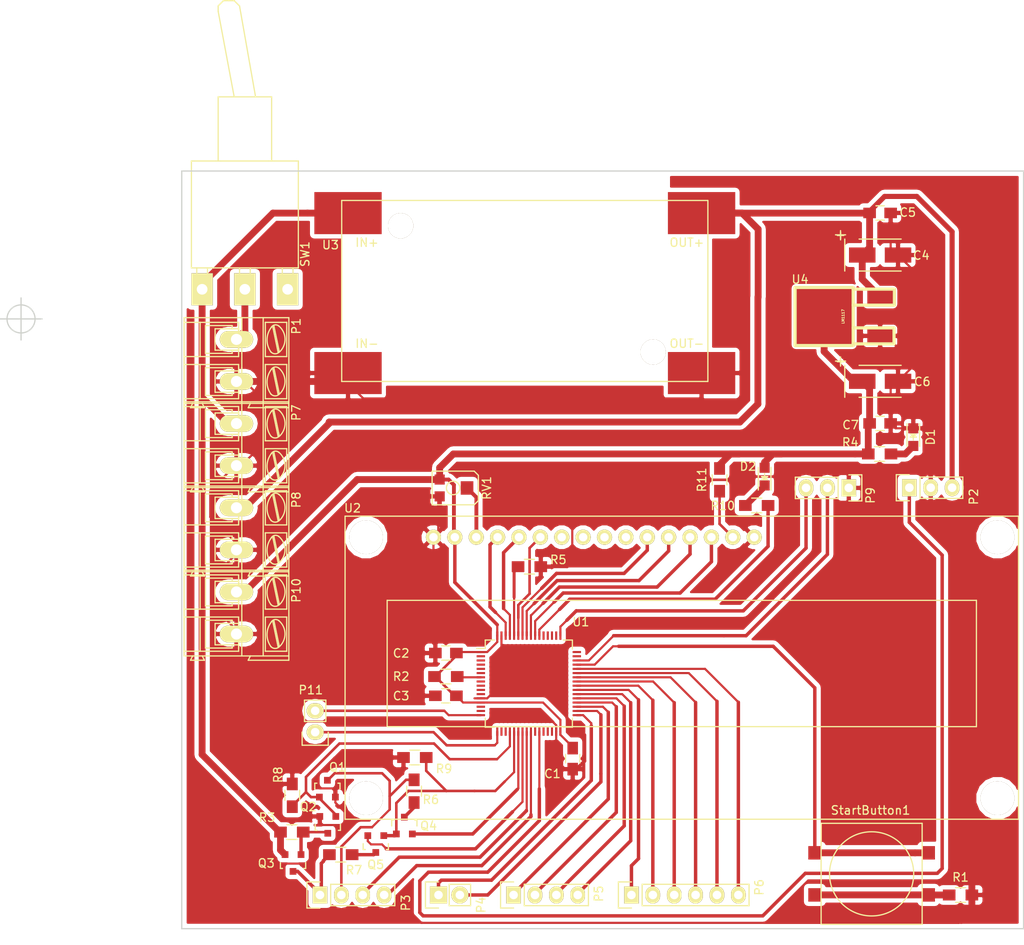
<source format=kicad_pcb>
(kicad_pcb (version 4) (host pcbnew 4.0.0-1rc2.201511201506+6189~38~ubuntu14.04.1-stable)
  (layers (0 F.Cu signal) (31 B.Cu signal) (34 B.Paste user) (35 F.Paste user) (36 B.SilkS user) (37 F.SilkS user) (38 B.Mask user) (39 F.Mask user) (44 Edge.Cuts user))
  (net 0 "")
  (net 1 +3V3)
  (net 2 GND)
  (net 3 +5V)
  (net 4 "Net-(D1-Pad2)")
  (net 5 /SWDIO)
  (net 6 /SWCLK)
  (net 7 "Net-(P3-Pad1)")
  (net 8 "Net-(P3-Pad2)")
  (net 9 /FAN_GND_A)
  (net 10 /FAN_24V_A)
  (net 11 /FAN_24V_BACK)
  (net 12 /FAN_GND_BACK)
  (net 13 /3V3_BACK)
  (net 14 /TOUCHPROBE_BACK)
  (net 15 /RFU_BACK_1)
  (net 16 /RFU_BACK_2)
  (net 17 /3V3_FRONT)
  (net 18 /TOUCHPROBE_FRONT)
  (net 19 /FAN_24V_FRONT)
  (net 20 /FAN_GND_FRONT)
  (net 21 /RFU_FRONT_2)
  (net 22 /RFU_FRONT_1)
  (net 23 +24V)
  (net 24 "Net-(P11-Pad1)")
  (net 25 "Net-(P11-Pad2)")
  (net 26 /KEY_TRANSISTOR_24V)
  (net 27 "Net-(Q2-Pad3)")
  (net 28 /KEY_TRANSISTOR_SC)
  (net 29 /LED_GND)
  (net 30 "Net-(Q4-Pad3)")
  (net 31 /LED_24V)
  (net 32 "Net-(Q5-Pad3)")
  (net 33 "Net-(R2-Pad2)")
  (net 34 "Net-(R5-Pad2)")
  (net 35 "Net-(RV1-Pad2)")
  (net 36 "Net-(StartButton1-Pad2)")
  (net 37 /LCD_D7)
  (net 38 /LCD_D6)
  (net 39 /LCD_D5)
  (net 40 /LCD_D4)
  (net 41 /LCD_E)
  (net 42 /LCD_RW)
  (net 43 /LCD_RS)
  (net 44 "Net-(P1-Pad1)")
  (net 45 "Net-(R1-Pad1)")
  (net 46 "Net-(D2-Pad1)")
  (net 47 "Net-(R10-Pad2)")
  (net 48 "Net-(P9-Pad1)")
  (net 49 "Net-(R11-Pad1)")
  (module Connect:AK300-2 (layer F.Cu) (at 34 60 270)
    (fp_text reference P8 (at -0.94 -7.1 270) (layer F.SilkS))
    (fp_text value CONN_01X02)
    (pad 1 thru_hole oval (at 0 0 270) (size 1.9812 3.9624) (drill 1.3208) (layers *.Cu F.Paste F.SilkS F.Mask) (net 3 +5V))
    (pad 2 thru_hole oval (at 5 0 270) (size 1.9812 3.9624) (drill 1.3208) (layers *.Cu F.Paste F.SilkS F.Mask) (net 2 GND))
  )
  (module Pin_Headers:Pin_Header_Straight_1x04 (layer F.Cu) (at 66.92 106 90)
    (fp_text reference P5 (at 0.15 10.12 90) (layer F.SilkS))
    (fp_text value WTYK_B)
    (pad 1 thru_hole rect (at 0 0 90) (size 2.032 1.7272) (drill 1.016) (layers *.Cu *.Mask F.SilkS) (net 13 /3V3_BACK))
    (pad 2 thru_hole oval (at 0 2.54 90) (size 2.032 1.7272) (drill 1.016) (layers *.Cu *.Mask F.SilkS) (net 14 /TOUCHPROBE_BACK))
    (pad 3 thru_hole oval (at 0 5.08 90) (size 2.032 1.7272) (drill 1.016) (layers *.Cu *.Mask F.SilkS) (net 15 /RFU_BACK_1))
    (pad 4 thru_hole oval (at 0 7.62 90) (size 2.032 1.7272) (drill 1.016) (layers *.Cu *.Mask F.SilkS) (net 16 /RFU_BACK_2))
  )
  (module Pin_Headers:Pin_Header_Straight_1x03 (layer F.Cu) (at 106.74 57.641429 270)
    (fp_text reference P2 (at 1.05 -14.84 270) (layer F.SilkS))
    (fp_text value SWD)
    (pad 1 thru_hole rect (at 0 0 270) (size 2.032 1.7272) (drill 1.016) (layers *.Cu *.Mask F.SilkS) (net 2 GND))
    (pad 2 thru_hole oval (at 0 2.54 270) (size 2.032 1.7272) (drill 1.016) (layers *.Cu *.Mask F.SilkS) (net 5 /SWDIO))
    (pad 3 thru_hole oval (at 0 5.08 270) (size 2.032 1.7272) (drill 1.016) (layers *.Cu *.Mask F.SilkS) (net 6 /SWCLK))
  )
  (module Buttons_Switches_ThroughHole:SW_SPDT (layer F.Cu) (at 35 34.05 90)
    (fp_text reference SW1 (at 4.18 7.15 90) (layer F.SilkS))
    (fp_text value SWITCH_INV)
    (pad 2 thru_hole rect (at 0 0 90) (size 3.81 2.54) (drill 1.27) (layers *.Cu *.Mask F.SilkS) (net 44 "Net-(P1-Pad1)"))
    (pad 1 thru_hole rect (at 0 -5.08 90) (size 3.81 2.54) (drill 1.27) (layers *.Cu *.Mask F.SilkS) (net 23 +24V))
    (pad 3 thru_hole rect (at 0 5.08 90) (size 3.81 2.54) (drill 1.27) (layers *.Cu *.Mask F.SilkS))
  )
  (module HD44780_2x16 (layer F.Cu) (at 46.9 61)
    (fp_text reference U2 (at 0.89 -0.95) (layer F.SilkS))
    (fp_text value HD44780)
    (pad "" thru_hole circle (at 2.5 2.5) (size 4 4) (drill 4) (layers *.Cu *.Mask F.SilkS))
    (pad "" thru_hole circle (at 77.5 2.5) (size 4 4) (drill 4) (layers *.Cu *.Mask F.SilkS))
    (pad "" thru_hole circle (at 2.5 33.5) (size 4 4) (drill 4) (layers *.Cu *.Mask F.SilkS))
    (pad "" thru_hole circle (at 77.5 33.5) (size 4 4) (drill 4) (layers *.Cu *.Mask F.SilkS))
    (pad 1 thru_hole circle (at 10.5 2.5) (size 1.8 1.8) (drill 1) (layers *.Cu *.Mask F.SilkS) (net 2 GND))
    (pad 2 thru_hole circle (at 13.04 2.5) (size 1.8 1.8) (drill 1) (layers *.Cu *.Mask F.SilkS) (net 1 +3V3))
    (pad 3 thru_hole circle (at 15.58 2.5) (size 1.8 1.8) (drill 1) (layers *.Cu *.Mask F.SilkS) (net 35 "Net-(RV1-Pad2)"))
    (pad 4 thru_hole circle (at 18.12 2.5) (size 1.8 1.8) (drill 1) (layers *.Cu *.Mask F.SilkS) (net 43 /LCD_RS))
    (pad 5 thru_hole circle (at 20.66 2.5) (size 1.8 1.8) (drill 1) (layers *.Cu *.Mask F.SilkS) (net 42 /LCD_RW))
    (pad 6 thru_hole circle (at 23.2 2.5) (size 1.8 1.8) (drill 1) (layers *.Cu *.Mask F.SilkS) (net 41 /LCD_E))
    (pad 7 thru_hole circle (at 25.74 2.5) (size 1.8 1.8) (drill 1) (layers *.Cu *.Mask F.SilkS))
    (pad 8 thru_hole circle (at 28.28 2.5) (size 1.8 1.8) (drill 1) (layers *.Cu *.Mask F.SilkS))
    (pad 9 thru_hole circle (at 30.82 2.5) (size 1.8 1.8) (drill 1) (layers *.Cu *.Mask F.SilkS))
    (pad 10 thru_hole circle (at 33.36 2.5) (size 1.8 1.8) (drill 1) (layers *.Cu *.Mask F.SilkS))
    (pad 11 thru_hole circle (at 35.9 2.5) (size 1.8 1.8) (drill 1) (layers *.Cu *.Mask F.SilkS) (net 40 /LCD_D4))
    (pad 12 thru_hole circle (at 38.44 2.5) (size 1.8 1.8) (drill 1) (layers *.Cu *.Mask F.SilkS) (net 39 /LCD_D5))
    (pad 13 thru_hole circle (at 40.98 2.5) (size 1.8 1.8) (drill 1) (layers *.Cu *.Mask F.SilkS) (net 38 /LCD_D6))
    (pad 14 thru_hole circle (at 43.52 2.5) (size 1.8 1.8) (drill 1) (layers *.Cu *.Mask F.SilkS) (net 37 /LCD_D7))
    (pad 15 thru_hole circle (at 46.06 2.5) (size 1.8 1.8) (drill 1) (layers *.Cu *.Mask F.SilkS) (net 49 "Net-(R11-Pad1)"))
    (pad 16 thru_hole circle (at 48.6 2.5) (size 1.8 1.8) (drill 1) (layers *.Cu *.Mask F.SilkS) (net 2 GND))
  )
  (module TO_SOT_Packages_SMD:SOT-23 (layer F.Cu) (at 53.94 97.75)
    (fp_text reference Q4 (at 2.88 0.04) (layer F.SilkS))
    (fp_text value IRLML6344TRPBF)
    (pad 1 smd rect (at -0.95 1.00076) (size 0.8001 0.8001) (layers F.Cu F.Paste F.Mask) (net 28 /KEY_TRANSISTOR_SC))
    (pad 2 smd rect (at 0.95 1.00076) (size 0.8001 0.8001) (layers F.Cu F.Paste F.Mask) (net 29 /LED_GND))
    (pad 3 smd rect (at 0 -0.99822) (size 0.8001 0.8001) (layers F.Cu F.Paste F.Mask) (net 30 "Net-(Q4-Pad3)"))
  )
  (module TO_SOT_Packages_SMD:SOT-23 (layer F.Cu) (at 40.72 102.2 180)
    (fp_text reference Q3 (at 3.18 -0.03 180) (layer F.SilkS))
    (fp_text value IRLML9301TRPBF)
    (pad 1 smd rect (at -0.95 1.00076 180) (size 0.8001 0.8001) (layers F.Cu F.Paste F.Mask) (net 27 "Net-(Q2-Pad3)"))
    (pad 2 smd rect (at 0.95 1.00076 180) (size 0.8001 0.8001) (layers F.Cu F.Paste F.Mask) (net 23 +24V))
    (pad 3 smd rect (at 0 -0.99822 180) (size 0.8001 0.8001) (layers F.Cu F.Paste F.Mask) (net 7 "Net-(P3-Pad1)"))
  )
  (module Zmorph:PushButton_12x12 (layer F.Cu) (at 109.45 103.49 180)
    (fp_text reference StartButton1 (at 0.13 7.55 180) (layer F.SilkS))
    (fp_text value DTSM-25N-V-B)
    (pad 2 smd rect (at -6.75 2.5 180) (size 1.55 1.6) (layers F.Cu F.Paste F.Mask) (net 36 "Net-(StartButton1-Pad2)"))
    (pad 1 smd rect (at -6.75 -2.5 180) (size 1.55 1.6) (layers F.Cu F.Paste F.Mask) (net 45 "Net-(R1-Pad1)"))
    (pad 1 smd rect (at 6.75 -2.5 180) (size 1.55 1.6) (layers F.Cu F.Paste F.Mask) (net 45 "Net-(R1-Pad1)"))
    (pad 2 smd rect (at 6.75 2.5 180) (size 1.55 1.6) (layers F.Cu F.Paste F.Mask) (net 36 "Net-(StartButton1-Pad2)"))
  )
  (module Capacitors_SMD:C_0805_HandSoldering (layer F.Cu) (at 73.94 89.8 270)
    (fp_text reference C1 (at 1.8 2.4 360) (layer F.SilkS))
    (fp_text value 100nF)
    (pad 1 smd rect (at -1.25 0 270) (size 1.5 1.25) (layers F.Cu F.Paste F.Mask) (net 1 +3V3))
    (pad 2 smd rect (at 1.25 0 270) (size 1.5 1.25) (layers F.Cu F.Paste F.Mask) (net 2 GND))
  )
  (module Capacitors_SMD:C_0805_HandSoldering (layer F.Cu) (at 58.876 77.258 180)
    (fp_text reference C2 (at 5.316 -0.032 180) (layer F.SilkS))
    (fp_text value 100nF)
    (pad 1 smd rect (at -1.25 0 180) (size 1.5 1.25) (layers F.Cu F.Paste F.Mask) (net 1 +3V3))
    (pad 2 smd rect (at 1.25 0 180) (size 1.5 1.25) (layers F.Cu F.Paste F.Mask) (net 2 GND))
  )
  (module Capacitors_SMD:C_0805_HandSoldering (layer F.Cu) (at 58.876 82.338 180)
    (fp_text reference C3 (at 5.316 -0.022 180) (layer F.SilkS))
    (fp_text value 100nF)
    (pad 1 smd rect (at -1.25 0 180) (size 1.5 1.25) (layers F.Cu F.Paste F.Mask) (net 1 +3V3))
    (pad 2 smd rect (at 1.25 0 180) (size 1.5 1.25) (layers F.Cu F.Paste F.Mask) (net 2 GND))
  )
  (module Capacitors_Tantalum_SMD:TantalC_SizeB_EIA-3528_HandSoldering (layer F.Cu) (at 110.460844 29.98182)
    (fp_text reference C4 (at 4.889156 0.04818) (layer F.SilkS))
    (fp_text value "47uF 10V")
    (fp_text user + (at -4.70154 -2.4003) (layer F.SilkS))
    (pad 2 smd rect (at 2.12598 0) (size 3.1496 1.80086) (layers F.Cu F.Paste F.Mask) (net 2 GND))
    (pad 1 smd rect (at -2.12598 0) (size 3.1496 1.80086) (layers F.Cu F.Paste F.Mask) (net 3 +5V))
  )
  (module Capacitors_SMD:C_0805_HandSoldering (layer F.Cu) (at 110.460844 24.98182)
    (fp_text reference C5 (at 3.279156 -0.06182) (layer F.SilkS))
    (fp_text value 100nF)
    (pad 1 smd rect (at -1.25 0) (size 1.5 1.25) (layers F.Cu F.Paste F.Mask) (net 3 +5V))
    (pad 2 smd rect (at 1.25 0) (size 1.5 1.25) (layers F.Cu F.Paste F.Mask) (net 2 GND))
  )
  (module Capacitors_Tantalum_SMD:TantalC_SizeB_EIA-3528_HandSoldering (layer F.Cu) (at 110.460844 44.98182)
    (fp_text reference C6 (at 5.009156 0.04818) (layer F.SilkS))
    (fp_text value "47uF 10V")
    (fp_text user + (at -4.70154 -2.4003) (layer F.SilkS))
    (pad 2 smd rect (at 2.12598 0) (size 3.1496 1.80086) (layers F.Cu F.Paste F.Mask) (net 2 GND))
    (pad 1 smd rect (at -2.12598 0) (size 3.1496 1.80086) (layers F.Cu F.Paste F.Mask) (net 1 +3V3))
  )
  (module Capacitors_SMD:C_0805_HandSoldering (layer F.Cu) (at 110.460844 49.98182)
    (fp_text reference C7 (at -3.510844 0.18818) (layer F.SilkS))
    (fp_text value 100nF)
    (pad 1 smd rect (at -1.25 0) (size 1.5 1.25) (layers F.Cu F.Paste F.Mask) (net 1 +3V3))
    (pad 2 smd rect (at 1.25 0) (size 1.5 1.25) (layers F.Cu F.Paste F.Mask) (net 2 GND))
  )
  (module LEDs:LED_0805 (layer F.Cu) (at 114.4 51.61 270)
    (fp_text reference D1 (at -0.01 -2.04 270) (layer F.SilkS))
    (fp_text value LED)
    (pad 2 smd rect (at 1.04902 0 90) (size 1.19888 1.19888) (layers F.Cu F.Paste F.Mask) (net 4 "Net-(D1-Pad2)"))
    (pad 1 smd rect (at -1.04902 0 90) (size 1.19888 1.19888) (layers F.Cu F.Paste F.Mask) (net 2 GND))
  )
  (module Connect:AK300-2 (layer F.Cu) (at 34 40 270)
    (fp_text reference P1 (at -1.57 -7.1 270) (layer F.SilkS))
    (fp_text value CONN_01X02)
    (pad 1 thru_hole oval (at 0 0 270) (size 1.9812 3.9624) (drill 1.3208) (layers *.Cu F.Paste F.SilkS F.Mask) (net 44 "Net-(P1-Pad1)"))
    (pad 2 thru_hole oval (at 5 0 270) (size 1.9812 3.9624) (drill 1.3208) (layers *.Cu F.Paste F.SilkS F.Mask) (net 2 GND))
  )
  (module Pin_Headers:Pin_Header_Straight_1x04 (layer F.Cu) (at 43.92 106 90)
    (fp_text reference P3 (at -0.93 10.19 90) (layer F.SilkS))
    (fp_text value WTYK_A)
    (pad 1 thru_hole rect (at 0 0 90) (size 2.032 1.7272) (drill 1.016) (layers *.Cu *.Mask F.SilkS) (net 7 "Net-(P3-Pad1)"))
    (pad 2 thru_hole oval (at 0 2.54 90) (size 2.032 1.7272) (drill 1.016) (layers *.Cu *.Mask F.SilkS) (net 8 "Net-(P3-Pad2)"))
    (pad 3 thru_hole oval (at 0 5.08 90) (size 2.032 1.7272) (drill 1.016) (layers *.Cu *.Mask F.SilkS) (net 9 /FAN_GND_A))
    (pad 4 thru_hole oval (at 0 7.62 90) (size 2.032 1.7272) (drill 1.016) (layers *.Cu *.Mask F.SilkS) (net 10 /FAN_24V_A))
  )
  (module Pin_Headers:Pin_Header_Straight_1x02 (layer F.Cu) (at 58 106 90)
    (fp_text reference P4 (at -1.18 5.06 90) (layer F.SilkS))
    (fp_text value HARTING_BACK)
    (pad 1 thru_hole rect (at 0 0 90) (size 2.032 2.032) (drill 1.016) (layers *.Cu *.Mask F.SilkS) (net 11 /FAN_24V_BACK))
    (pad 2 thru_hole oval (at 0 2.54 90) (size 2.032 2.032) (drill 1.016) (layers *.Cu *.Mask F.SilkS) (net 12 /FAN_GND_BACK))
  )
  (module Pin_Headers:Pin_Header_Straight_1x06 (layer F.Cu) (at 80.92 106 90)
    (fp_text reference P6 (at 0.91 15.18 270) (layer F.SilkS))
    (fp_text value HARTING_FRONT)
    (pad 1 thru_hole rect (at 0 0 90) (size 2.032 1.7272) (drill 1.016) (layers *.Cu *.Mask F.SilkS) (net 17 /3V3_FRONT))
    (pad 2 thru_hole oval (at 0 2.54 90) (size 2.032 1.7272) (drill 1.016) (layers *.Cu *.Mask F.SilkS) (net 18 /TOUCHPROBE_FRONT))
    (pad 3 thru_hole oval (at 0 5.08 90) (size 2.032 1.7272) (drill 1.016) (layers *.Cu *.Mask F.SilkS) (net 19 /FAN_24V_FRONT))
    (pad 4 thru_hole oval (at 0 7.62 90) (size 2.032 1.7272) (drill 1.016) (layers *.Cu *.Mask F.SilkS) (net 20 /FAN_GND_FRONT))
    (pad 5 thru_hole oval (at 0 10.16 90) (size 2.032 1.7272) (drill 1.016) (layers *.Cu *.Mask F.SilkS) (net 21 /RFU_FRONT_2))
    (pad 6 thru_hole oval (at 0 12.7 90) (size 2.032 1.7272) (drill 1.016) (layers *.Cu *.Mask F.SilkS) (net 22 /RFU_FRONT_1))
  )
  (module Connect:AK300-2 (layer F.Cu) (at 34 50 270)
    (fp_text reference P7 (at -1.29 -7.1 270) (layer F.SilkS))
    (fp_text value CONN_01X02)
    (pad 1 thru_hole oval (at 0 0 270) (size 1.9812 3.9624) (drill 1.3208) (layers *.Cu F.Paste F.SilkS F.Mask) (net 23 +24V))
    (pad 2 thru_hole oval (at 5 0 270) (size 1.9812 3.9624) (drill 1.3208) (layers *.Cu F.Paste F.SilkS F.Mask) (net 2 GND))
  )
  (module Pin_Headers:Pin_Header_Straight_1x03 (layer F.Cu) (at 113.93 57.62 90)
    (fp_text reference P9 (at -0.92 -4.62 90) (layer F.SilkS))
    (fp_text value Servo)
    (pad 1 thru_hole rect (at 0 0 90) (size 2.032 1.7272) (drill 1.016) (layers *.Cu *.Mask F.SilkS) (net 48 "Net-(P9-Pad1)"))
    (pad 2 thru_hole oval (at 0 2.54 90) (size 2.032 1.7272) (drill 1.016) (layers *.Cu *.Mask F.SilkS) (net 2 GND))
    (pad 3 thru_hole oval (at 0 5.08 90) (size 2.032 1.7272) (drill 1.016) (layers *.Cu *.Mask F.SilkS) (net 3 +5V))
  )
  (module Connect:AK300-2 (layer F.Cu) (at 34 70 270)
    (fp_text reference P10 (at -0.18 -7.1 270) (layer F.SilkS))
    (fp_text value CONN_01X02)
    (pad 1 thru_hole oval (at 0 0 270) (size 1.9812 3.9624) (drill 1.3208) (layers *.Cu F.Paste F.SilkS F.Mask) (net 1 +3V3))
    (pad 2 thru_hole oval (at 5 0 270) (size 1.9812 3.9624) (drill 1.3208) (layers *.Cu F.Paste F.SilkS F.Mask) (net 2 GND))
  )
  (module TO_SOT_Packages_SMD:SOT-23 (layer F.Cu) (at 44.8 93.37)
    (fp_text reference Q1 (at 1.2 -2.55) (layer F.SilkS))
    (fp_text value IRLML6344TRPBF)
    (pad 1 smd rect (at -0.95 1.00076) (size 0.8001 0.8001) (layers F.Cu F.Paste F.Mask) (net 26 /KEY_TRANSISTOR_24V))
    (pad 2 smd rect (at 0.95 1.00076) (size 0.8001 0.8001) (layers F.Cu F.Paste F.Mask) (net 2 GND))
    (pad 3 smd rect (at 0 -0.99822) (size 0.8001 0.8001) (layers F.Cu F.Paste F.Mask) (net 8 "Net-(P3-Pad2)"))
  )
  (module TO_SOT_Packages_SMD:SOT-23 (layer F.Cu) (at 44.85 97.67076 180)
    (fp_text reference Q2 (at 2.33 2.14076 180) (layer F.SilkS))
    (fp_text value IRLML6344TRPBF)
    (pad 1 smd rect (at -0.95 1.00076 180) (size 0.8001 0.8001) (layers F.Cu F.Paste F.Mask) (net 26 /KEY_TRANSISTOR_24V))
    (pad 2 smd rect (at 0.95 1.00076 180) (size 0.8001 0.8001) (layers F.Cu F.Paste F.Mask) (net 2 GND))
    (pad 3 smd rect (at 0 -0.99822 180) (size 0.8001 0.8001) (layers F.Cu F.Paste F.Mask) (net 27 "Net-(Q2-Pad3)"))
  )
  (module TO_SOT_Packages_SMD:SOT-23 (layer F.Cu) (at 50.55 99.95 180)
    (fp_text reference Q5 (at 0.01 -2.45 180) (layer F.SilkS))
    (fp_text value IRLML6344TRPBF)
    (pad 1 smd rect (at -0.95 1.00076 180) (size 0.8001 0.8001) (layers F.Cu F.Paste F.Mask) (net 28 /KEY_TRANSISTOR_SC))
    (pad 2 smd rect (at 0.95 1.00076 180) (size 0.8001 0.8001) (layers F.Cu F.Paste F.Mask) (net 31 /LED_24V))
    (pad 3 smd rect (at 0 -0.99822 180) (size 0.8001 0.8001) (layers F.Cu F.Paste F.Mask) (net 32 "Net-(Q5-Pad3)"))
  )
  (module Resistors_SMD:R_0805_HandSoldering (layer F.Cu) (at 120.01 106)
    (fp_text reference R1 (at 0 -2.1) (layer F.SilkS))
    (fp_text value 330R)
    (pad 1 smd rect (at -1.35 0) (size 1.5 1.3) (layers F.Cu F.Paste F.Mask) (net 45 "Net-(R1-Pad1)"))
    (pad 2 smd rect (at 1.35 0) (size 1.5 1.3) (layers F.Cu F.Paste F.Mask) (net 2 GND))
  )
  (module Resistors_SMD:R_0805_HandSoldering (layer F.Cu) (at 58.876 80.052)
    (fp_text reference R2 (at -5.316 -0.002) (layer F.SilkS))
    (fp_text value 10k)
    (pad 1 smd rect (at -1.35 0) (size 1.5 1.3) (layers F.Cu F.Paste F.Mask) (net 1 +3V3))
    (pad 2 smd rect (at 1.35 0) (size 1.5 1.3) (layers F.Cu F.Paste F.Mask) (net 33 "Net-(R2-Pad2)"))
  )
  (module Resistors_SMD:R_0805_HandSoldering (layer F.Cu) (at 40.58 98.53 180)
    (fp_text reference R3 (at 2.95 1.73 180) (layer F.SilkS))
    (fp_text value 10k)
    (pad 1 smd rect (at -1.35 0 180) (size 1.5 1.3) (layers F.Cu F.Paste F.Mask) (net 27 "Net-(Q2-Pad3)"))
    (pad 2 smd rect (at 1.35 0 180) (size 1.5 1.3) (layers F.Cu F.Paste F.Mask) (net 23 +24V))
  )
  (module Resistors_SMD:R_0805_HandSoldering (layer F.Cu) (at 110.4 53.61)
    (fp_text reference R4 (at -3.49 -1.37) (layer F.SilkS))
    (fp_text value 330R)
    (pad 1 smd rect (at -1.35 0) (size 1.5 1.3) (layers F.Cu F.Paste F.Mask) (net 1 +3V3))
    (pad 2 smd rect (at 1.35 0) (size 1.5 1.3) (layers F.Cu F.Paste F.Mask) (net 4 "Net-(D1-Pad2)"))
  )
  (module Resistors_SMD:R_0805_HandSoldering (layer F.Cu) (at 68.8 67 180)
    (fp_text reference R5 (at -3.43 0.82 180) (layer F.SilkS))
    (fp_text value 10k)
    (pad 1 smd rect (at -1.35 0 180) (size 1.5 1.3) (layers F.Cu F.Paste F.Mask) (net 2 GND))
    (pad 2 smd rect (at 1.35 0 180) (size 1.5 1.3) (layers F.Cu F.Paste F.Mask) (net 34 "Net-(R5-Pad2)"))
  )
  (module Resistors_SMD:R_0805_HandSoldering (layer F.Cu) (at 55.1 93.67 270)
    (fp_text reference R6 (at 1.01 -1.99 360) (layer F.SilkS))
    (fp_text value 1R)
    (pad 1 smd rect (at -1.35 0 270) (size 1.5 1.3) (layers F.Cu F.Paste F.Mask) (net 8 "Net-(P3-Pad2)"))
    (pad 2 smd rect (at 1.35 0 270) (size 1.5 1.3) (layers F.Cu F.Paste F.Mask) (net 30 "Net-(Q4-Pad3)"))
  )
  (module Resistors_SMD:R_0805_HandSoldering (layer F.Cu) (at 46.39 101.21 180)
    (fp_text reference R7 (at -1.57 -1.83 180) (layer F.SilkS))
    (fp_text value 1R)
    (pad 1 smd rect (at -1.35 0 180) (size 1.5 1.3) (layers F.Cu F.Paste F.Mask) (net 32 "Net-(Q5-Pad3)"))
    (pad 2 smd rect (at 1.35 0 180) (size 1.5 1.3) (layers F.Cu F.Paste F.Mask) (net 7 "Net-(P3-Pad1)"))
  )
  (module StepStick:POT_SMD_3x3_5 (layer F.Cu) (at 59.74 57.65 270)
    (fp_text reference RV1 (at 0.01 -3.99 450) (layer F.SilkS))
    (fp_text value POT)
    (pad 1 smd rect (at -1 1.6 270) (size 1.2 1.2) (layers F.Cu F.Paste F.Mask) (net 1 +3V3))
    (pad 2 smd rect (at 0 -1.65 270) (size 1.6 1.5) (layers F.Cu F.Paste F.Mask) (net 35 "Net-(RV1-Pad2)"))
    (pad 3 smd rect (at 1 1.6 270) (size 1.2 1.2) (layers F.Cu F.Paste F.Mask) (net 2 GND))
  )
  (module Housings_QFP:LQFP-64_10x10mm_Pitch0.5mm (layer F.Cu) (at 68.73 80.89)
    (fp_text reference U1 (at 6.18 -7.32) (layer F.SilkS))
    (fp_text value STM32F030R8T6)
    (pad 1 smd rect (at -5.7 -3.75) (size 1 0.25) (layers F.Cu F.Paste F.Mask) (net 1 +3V3))
    (pad 2 smd rect (at -5.7 -3.25) (size 1 0.25) (layers F.Cu F.Paste F.Mask))
    (pad 3 smd rect (at -5.7 -2.75) (size 1 0.25) (layers F.Cu F.Paste F.Mask))
    (pad 4 smd rect (at -5.7 -2.25) (size 1 0.25) (layers F.Cu F.Paste F.Mask))
    (pad 5 smd rect (at -5.7 -1.75) (size 1 0.25) (layers F.Cu F.Paste F.Mask))
    (pad 6 smd rect (at -5.7 -1.25) (size 1 0.25) (layers F.Cu F.Paste F.Mask))
    (pad 7 smd rect (at -5.7 -0.75) (size 1 0.25) (layers F.Cu F.Paste F.Mask) (net 33 "Net-(R2-Pad2)"))
    (pad 8 smd rect (at -5.7 -0.25) (size 1 0.25) (layers F.Cu F.Paste F.Mask))
    (pad 9 smd rect (at -5.7 0.25) (size 1 0.25) (layers F.Cu F.Paste F.Mask))
    (pad 10 smd rect (at -5.7 0.75) (size 1 0.25) (layers F.Cu F.Paste F.Mask))
    (pad 11 smd rect (at -5.7 1.25) (size 1 0.25) (layers F.Cu F.Paste F.Mask))
    (pad 12 smd rect (at -5.7 1.75) (size 1 0.25) (layers F.Cu F.Paste F.Mask) (net 2 GND))
    (pad 13 smd rect (at -5.7 2.25) (size 1 0.25) (layers F.Cu F.Paste F.Mask) (net 1 +3V3))
    (pad 14 smd rect (at -5.7 2.75) (size 1 0.25) (layers F.Cu F.Paste F.Mask))
    (pad 15 smd rect (at -5.7 3.25) (size 1 0.25) (layers F.Cu F.Paste F.Mask))
    (pad 16 smd rect (at -5.7 3.75) (size 1 0.25) (layers F.Cu F.Paste F.Mask) (net 25 "Net-(P11-Pad2)"))
    (pad 17 smd rect (at -3.75 5.7 90) (size 1 0.25) (layers F.Cu F.Paste F.Mask) (net 24 "Net-(P11-Pad1)"))
    (pad 18 smd rect (at -3.25 5.7 90) (size 1 0.25) (layers F.Cu F.Paste F.Mask))
    (pad 19 smd rect (at -2.75 5.7 90) (size 1 0.25) (layers F.Cu F.Paste F.Mask))
    (pad 20 smd rect (at -2.25 5.7 90) (size 1 0.25) (layers F.Cu F.Paste F.Mask) (net 26 /KEY_TRANSISTOR_24V))
    (pad 21 smd rect (at -1.75 5.7 90) (size 1 0.25) (layers F.Cu F.Paste F.Mask) (net 28 /KEY_TRANSISTOR_SC))
    (pad 22 smd rect (at -1.25 5.7 90) (size 1 0.25) (layers F.Cu F.Paste F.Mask) (net 29 /LED_GND))
    (pad 23 smd rect (at -0.75 5.7 90) (size 1 0.25) (layers F.Cu F.Paste F.Mask) (net 31 /LED_24V))
    (pad 24 smd rect (at -0.25 5.7 90) (size 1 0.25) (layers F.Cu F.Paste F.Mask) (net 9 /FAN_GND_A))
    (pad 25 smd rect (at 0.25 5.7 90) (size 1 0.25) (layers F.Cu F.Paste F.Mask) (net 10 /FAN_24V_A))
    (pad 26 smd rect (at 0.75 5.7 90) (size 1 0.25) (layers F.Cu F.Paste F.Mask))
    (pad 27 smd rect (at 1.25 5.7 90) (size 1 0.25) (layers F.Cu F.Paste F.Mask) (net 48 "Net-(P9-Pad1)"))
    (pad 28 smd rect (at 1.75 5.7 90) (size 1 0.25) (layers F.Cu F.Paste F.Mask))
    (pad 29 smd rect (at 2.25 5.7 90) (size 1 0.25) (layers F.Cu F.Paste F.Mask))
    (pad 30 smd rect (at 2.75 5.7 90) (size 1 0.25) (layers F.Cu F.Paste F.Mask))
    (pad 31 smd rect (at 3.25 5.7 90) (size 1 0.25) (layers F.Cu F.Paste F.Mask) (net 2 GND))
    (pad 32 smd rect (at 3.75 5.7 90) (size 1 0.25) (layers F.Cu F.Paste F.Mask) (net 1 +3V3))
    (pad 33 smd rect (at 5.7 3.75) (size 1 0.25) (layers F.Cu F.Paste F.Mask) (net 11 /FAN_24V_BACK))
    (pad 34 smd rect (at 5.7 3.25) (size 1 0.25) (layers F.Cu F.Paste F.Mask) (net 12 /FAN_GND_BACK))
    (pad 35 smd rect (at 5.7 2.75) (size 1 0.25) (layers F.Cu F.Paste F.Mask) (net 13 /3V3_BACK))
    (pad 36 smd rect (at 5.7 2.25) (size 1 0.25) (layers F.Cu F.Paste F.Mask) (net 14 /TOUCHPROBE_BACK))
    (pad 37 smd rect (at 5.7 1.75) (size 1 0.25) (layers F.Cu F.Paste F.Mask) (net 15 /RFU_BACK_1))
    (pad 38 smd rect (at 5.7 1.25) (size 1 0.25) (layers F.Cu F.Paste F.Mask) (net 16 /RFU_BACK_2))
    (pad 39 smd rect (at 5.7 0.75) (size 1 0.25) (layers F.Cu F.Paste F.Mask) (net 17 /3V3_FRONT))
    (pad 40 smd rect (at 5.7 0.25) (size 1 0.25) (layers F.Cu F.Paste F.Mask) (net 18 /TOUCHPROBE_FRONT))
    (pad 41 smd rect (at 5.7 -0.25) (size 1 0.25) (layers F.Cu F.Paste F.Mask) (net 19 /FAN_24V_FRONT))
    (pad 42 smd rect (at 5.7 -0.75) (size 1 0.25) (layers F.Cu F.Paste F.Mask) (net 20 /FAN_GND_FRONT))
    (pad 43 smd rect (at 5.7 -1.25) (size 1 0.25) (layers F.Cu F.Paste F.Mask) (net 21 /RFU_FRONT_2))
    (pad 44 smd rect (at 5.7 -1.75) (size 1 0.25) (layers F.Cu F.Paste F.Mask) (net 22 /RFU_FRONT_1))
    (pad 45 smd rect (at 5.7 -2.25) (size 1 0.25) (layers F.Cu F.Paste F.Mask) (net 36 "Net-(StartButton1-Pad2)"))
    (pad 46 smd rect (at 5.7 -2.75) (size 1 0.25) (layers F.Cu F.Paste F.Mask) (net 5 /SWDIO))
    (pad 47 smd rect (at 5.7 -3.25) (size 1 0.25) (layers F.Cu F.Paste F.Mask))
    (pad 48 smd rect (at 5.7 -3.75) (size 1 0.25) (layers F.Cu F.Paste F.Mask))
    (pad 49 smd rect (at 3.75 -5.7 90) (size 1 0.25) (layers F.Cu F.Paste F.Mask) (net 6 /SWCLK))
    (pad 50 smd rect (at 3.25 -5.7 90) (size 1 0.25) (layers F.Cu F.Paste F.Mask))
    (pad 51 smd rect (at 2.75 -5.7 90) (size 1 0.25) (layers F.Cu F.Paste F.Mask))
    (pad 52 smd rect (at 2.25 -5.7 90) (size 1 0.25) (layers F.Cu F.Paste F.Mask))
    (pad 53 smd rect (at 1.75 -5.7 90) (size 1 0.25) (layers F.Cu F.Paste F.Mask))
    (pad 54 smd rect (at 1.25 -5.7 90) (size 1 0.25) (layers F.Cu F.Paste F.Mask) (net 47 "Net-(R10-Pad2)"))
    (pad 55 smd rect (at 0.75 -5.7 90) (size 1 0.25) (layers F.Cu F.Paste F.Mask) (net 37 /LCD_D7))
    (pad 56 smd rect (at 0.25 -5.7 90) (size 1 0.25) (layers F.Cu F.Paste F.Mask) (net 38 /LCD_D6))
    (pad 57 smd rect (at -0.25 -5.7 90) (size 1 0.25) (layers F.Cu F.Paste F.Mask) (net 39 /LCD_D5))
    (pad 58 smd rect (at -0.75 -5.7 90) (size 1 0.25) (layers F.Cu F.Paste F.Mask) (net 40 /LCD_D4))
    (pad 59 smd rect (at -1.25 -5.7 90) (size 1 0.25) (layers F.Cu F.Paste F.Mask) (net 41 /LCD_E))
    (pad 60 smd rect (at -1.75 -5.7 90) (size 1 0.25) (layers F.Cu F.Paste F.Mask) (net 34 "Net-(R5-Pad2)"))
    (pad 61 smd rect (at -2.25 -5.7 90) (size 1 0.25) (layers F.Cu F.Paste F.Mask) (net 42 /LCD_RW))
    (pad 62 smd rect (at -2.75 -5.7 90) (size 1 0.25) (layers F.Cu F.Paste F.Mask) (net 43 /LCD_RS))
    (pad 63 smd rect (at -3.25 -5.7 90) (size 1 0.25) (layers F.Cu F.Paste F.Mask) (net 2 GND))
    (pad 64 smd rect (at -3.75 -5.7 90) (size 1 0.25) (layers F.Cu F.Paste F.Mask) (net 1 +3V3))
  )
  (module StepStick:LM2596S-Module (layer F.Cu) (at 46.5 23.5)
    (fp_text reference U3 (at -1.33 5.29 180) (layer F.SilkS))
    (fp_text value LM2596)
    (fp_text user OUT- (at 41 17) (layer F.SilkS))
    (fp_text user OUT+ (at 41 5) (layer F.SilkS))
    (fp_text user IN- (at 3 17) (layer F.SilkS))
    (fp_text user IN+ (at 3 5) (layer F.SilkS))
    (pad 1 smd rect (at 0.75 1.5) (size 8 5) (layers F.Cu F.Paste F.Mask) (net 23 +24V))
    (pad 2 smd rect (at 0.75 20.5) (size 8 5) (layers F.Cu F.Paste F.Mask) (net 2 GND))
    (pad 2 smd rect (at 42.75 20.5) (size 8 5) (layers F.Cu F.Paste F.Mask) (net 2 GND))
    (pad 3 smd rect (at 42.75 1.5) (size 8 5) (layers F.Cu F.Paste F.Mask) (net 3 +5V))
    (pad 4 thru_hole circle (at 7 3) (size 3 3) (drill 3) (layers *.Cu *.Mask F.SilkS))
    (pad 4 thru_hole circle (at 37 18) (size 3 3) (drill 3) (layers *.Cu *.Mask F.SilkS))
  )
  (module Warsztaty:LM1117_TO-252 (layer F.Cu) (at 110.460844 37.28306 90)
    (fp_text reference U4 (at 4.40306 -9.510844 180) (layer F.SilkS))
    (fp_text value LM1117 (at 0 -4.39928 90) (layer F.SilkS) (effects (font (size 0.29972 0.29972) (thickness 0.0762))))
    (pad 3 smd rect (at -2.30124 0 90) (size 1.651 3.048) (layers F.Cu F.Paste F.Mask) (net 2 GND))
    (pad 2 smd rect (at 0 -6.64972 90) (size 6.70052 6.70052) (layers F.Cu F.Paste F.Mask) (net 1 +3V3))
    (pad 1 smd rect (at 2.30124 0 90) (size 1.651 3.048) (layers F.Cu F.Paste F.Mask) (net 3 +5V))
  )
  (module Pin_Headers:Pin_Header_Straight_1x02 (layer F.Cu) (at 43.35 86.66 180)
    (fp_text reference P11 (at 0.52 5.01 180) (layer F.SilkS))
    (fp_text value UART)
    (pad 1 thru_hole oval (at 0 0 180) (size 2.032 1.8) (drill 1.016) (layers *.Cu *.Mask F.SilkS) (net 24 "Net-(P11-Pad1)"))
    (pad 2 thru_hole oval (at 0 2.54 180) (size 2.032 1.8) (drill 1.016) (layers *.Cu *.Mask F.SilkS) (net 25 "Net-(P11-Pad2)"))
  )
  (module Resistors_SMD:R_0805_HandSoldering (layer F.Cu) (at 40.63 94.16 90)
    (fp_text reference R8 (at 2.44 -1.68 90) (layer F.SilkS))
    (fp_text value 4k7)
    (pad 1 smd rect (at -1.35 0 90) (size 1.5 1.3) (layers F.Cu F.Paste F.Mask) (net 26 /KEY_TRANSISTOR_24V))
    (pad 2 smd rect (at 1.35 0 90) (size 1.5 1.3) (layers F.Cu F.Paste F.Mask) (net 2 GND))
  )
  (module Resistors_SMD:R_0805_HandSoldering (layer F.Cu) (at 55.19 89.67 180)
    (fp_text reference R9 (at -3.46 -1.34 180) (layer F.SilkS))
    (fp_text value 4k7)
    (pad 1 smd rect (at -1.35 0 180) (size 1.5 1.3) (layers F.Cu F.Paste F.Mask) (net 28 /KEY_TRANSISTOR_SC))
    (pad 2 smd rect (at 1.35 0 180) (size 1.5 1.3) (layers F.Cu F.Paste F.Mask) (net 2 GND))
  )
  (module LEDs:LED_0805 (layer F.Cu) (at 96.74 56.3 90)
    (fp_text reference D2 (at 1.21 -1.98 180) (layer F.SilkS))
    (fp_text value LED)
    (pad 2 smd rect (at 1.04902 0 270) (size 1.19888 1.19888) (layers F.Cu F.Paste F.Mask) (net 1 +3V3))
    (pad 1 smd rect (at -1.04902 0 270) (size 1.19888 1.19888) (layers F.Cu F.Paste F.Mask) (net 46 "Net-(D2-Pad1)"))
  )
  (module Resistors_SMD:R_0805_HandSoldering (layer F.Cu) (at 95.8 59.73)
    (fp_text reference R10 (at -4.03 0.04) (layer F.SilkS))
    (fp_text value 270R)
    (pad 1 smd rect (at -1.35 0) (size 1.5 1.3) (layers F.Cu F.Paste F.Mask) (net 46 "Net-(D2-Pad1)"))
    (pad 2 smd rect (at 1.35 0) (size 1.5 1.3) (layers F.Cu F.Paste F.Mask) (net 47 "Net-(R10-Pad2)"))
  )
  (module Resistors_SMD:R_0805_HandSoldering (layer F.Cu) (at 91.388 56.684 90)
    (fp_text reference R11 (at 0 -2.1 90) (layer F.SilkS))
    (fp_text value 330R)
    (pad 1 smd rect (at -1.35 0 90) (size 1.5 1.3) (layers F.Cu F.Paste F.Mask) (net 49 "Net-(R11-Pad1)"))
    (pad 2 smd rect (at 1.35 0 90) (size 1.5 1.3) (layers F.Cu F.Paste F.Mask) (net 1 +3V3))
  )
  (target plus (at 8.41 37.57) (size 5) (width 0.15) (layer Edge.Cuts))
  (gr_line (start 127.5 20) (end 127.5 110) (layer Edge.Cuts) (width 0.15))
  (gr_line (start 27.5 110) (end 127.5 110) (layer Edge.Cuts) (width 0.15))
  (gr_line (start 27.5 20) (end 27.5 110) (layer Edge.Cuts) (width 0.15))
  (gr_line (start 27.5 20) (end 127.5 20) (layer Edge.Cuts) (width 0.15))
  (segment (start 91.388 55.334) (end 91.388 54.906) (width 0.8128) (layer F.Cu) (net 1))
  (segment (start 91.388 54.906) (end 92.684 53.61) (width 0.8128) (layer F.Cu) (net 1))
  (segment (start 92.684 53.61) (end 93.674 53.61) (width 0.8128) (layer F.Cu) (net 1))
  (segment (start 59.7672 53.61) (end 93.674 53.61) (width 0.8128) (layer F.Cu) (net 1))
  (segment (start 93.674 53.61) (end 98.02 53.61) (width 0.8128) (layer F.Cu) (net 1))
  (segment (start 58.14 56.65) (end 48.3406 56.65) (width 0.8128) (layer F.Cu) (net 1))
  (segment (start 48.3406 56.65) (end 34.9906 70) (width 0.8128) (layer F.Cu) (net 1))
  (segment (start 34.9906 70) (end 34 70) (width 0.8128) (layer F.Cu) (net 1))
  (segment (start 72.48 86.59) (end 72.48 86.965) (width 0.254) (layer F.Cu) (net 1))
  (segment (start 72.48 86.965) (end 73.94 88.425) (width 0.254) (layer F.Cu) (net 1))
  (segment (start 73.94 88.425) (end 73.94 88.55) (width 0.254) (layer F.Cu) (net 1))
  (segment (start 72.48 86.59) (end 72.48 85.2) (width 0.254) (layer F.Cu) (net 1))
  (segment (start 72.48 85.2) (end 70.42 83.14) (width 0.254) (layer F.Cu) (net 1))
  (segment (start 63.784 83.14) (end 63.03 83.14) (width 0.254) (layer F.Cu) (net 1))
  (segment (start 70.42 83.14) (end 63.784 83.14) (width 0.254) (layer F.Cu) (net 1))
  (segment (start 59.94 63.5) (end 59.83 63.39) (width 0.4572) (layer F.Cu) (net 1))
  (segment (start 59.83 63.39) (end 59.83 57.2828) (width 0.4572) (layer F.Cu) (net 1))
  (segment (start 59.83 57.2828) (end 59.1972 56.65) (width 0.4572) (layer F.Cu) (net 1))
  (segment (start 59.1972 56.65) (end 58.14 56.65) (width 0.4572) (layer F.Cu) (net 1))
  (segment (start 60.126 82.338) (end 59.912 82.338) (width 0.254) (layer F.Cu) (net 1))
  (segment (start 59.912 82.338) (end 57.626 80.052) (width 0.3048) (layer F.Cu) (net 1))
  (segment (start 57.626 80.052) (end 57.526 80.052) (width 0.254) (layer F.Cu) (net 1))
  (segment (start 96.74 55.25098) (end 96.74 54.59) (width 0.8128) (layer F.Cu) (net 1))
  (segment (start 96.74 54.59) (end 97.72 53.61) (width 0.8128) (layer F.Cu) (net 1))
  (segment (start 97.72 53.61) (end 98.02 53.61) (width 0.8128) (layer F.Cu) (net 1))
  (segment (start 98.02 53.61) (end 98.7 53.61) (width 0.8128) (layer F.Cu) (net 1))
  (segment (start 98.7 53.61) (end 107.4872 53.61) (width 0.8128) (layer F.Cu) (net 1))
  (segment (start 97.77874 53.61) (end 98.7 53.61) (width 0.8128) (layer F.Cu) (net 1))
  (segment (start 64.98 75.19) (end 64.98 73.9) (width 0.254) (layer F.Cu) (net 1))
  (segment (start 64.98 73.9) (end 59.94 68.86) (width 0.4064) (layer F.Cu) (net 1))
  (segment (start 59.94 68.86) (end 59.94 63.5) (width 0.4064) (layer F.Cu) (net 1))
  (segment (start 64.98 75.19) (end 64.98 75.944) (width 0.254) (layer F.Cu) (net 1))
  (segment (start 64.98 75.944) (end 63.784 77.14) (width 0.254) (layer F.Cu) (net 1))
  (segment (start 63.784 77.14) (end 63.03 77.14) (width 0.254) (layer F.Cu) (net 1))
  (segment (start 63.03 83.14) (end 60.928 83.14) (width 0.254) (layer F.Cu) (net 1))
  (segment (start 60.928 83.14) (end 60.126 82.338) (width 0.254) (layer F.Cu) (net 1))
  (segment (start 57.626 80.052) (end 60.126 77.552) (width 0.3048) (layer F.Cu) (net 1))
  (segment (start 60.126 77.552) (end 60.126 77.258) (width 0.254) (layer F.Cu) (net 1))
  (segment (start 63.03 77.14) (end 60.244 77.14) (width 0.254) (layer F.Cu) (net 1))
  (segment (start 60.244 77.14) (end 60.126 77.258) (width 0.254) (layer F.Cu) (net 1))
  (segment (start 58.14 56.65) (end 58.14 55.2372) (width 0.8128) (layer F.Cu) (net 1))
  (segment (start 58.14 55.2372) (end 59.7672 53.61) (width 0.8128) (layer F.Cu) (net 1))
  (segment (start 107.4872 53.61) (end 109.05 53.61) (width 0.8128) (layer F.Cu) (net 1))
  (segment (start 109.05 53.61) (end 109.05 50.142664) (width 0.8128) (layer F.Cu) (net 1))
  (segment (start 109.05 50.142664) (end 109.210844 49.98182) (width 0.8128) (layer F.Cu) (net 1))
  (segment (start 109.210844 49.98182) (end 109.210844 45.8578) (width 0.8128) (layer F.Cu) (net 1))
  (segment (start 109.210844 45.8578) (end 108.334864 44.98182) (width 0.8128) (layer F.Cu) (net 1))
  (segment (start 108.334864 44.98182) (end 107.346824 44.98182) (width 0.8128) (layer F.Cu) (net 1))
  (segment (start 107.346824 44.98182) (end 103.811124 41.44612) (width 0.8128) (layer F.Cu) (net 1))
  (segment (start 103.811124 41.44612) (end 103.811124 37.28306) (width 0.8128) (layer F.Cu) (net 1))
  (segment (start 95.5 63.5) (end 95.41 63.5) (width 0.3048) (layer F.Cu) (net 2))
  (segment (start 95.41 63.5) (end 92.912 61.002) (width 0.3048) (layer F.Cu) (net 2))
  (segment (start 92.912 61.002) (end 92.912 57.954) (width 0.3048) (layer F.Cu) (net 2))
  (segment (start 92.912 57.954) (end 94.182 56.684) (width 0.3048) (layer F.Cu) (net 2))
  (segment (start 73.89 62.14) (end 79.346 56.684) (width 0.254) (layer F.Cu) (net 2))
  (segment (start 94.182 56.684) (end 79.346 56.684) (width 0.3048) (layer F.Cu) (net 2))
  (segment (start 94.566 56.3) (end 94.182 56.684) (width 0.3048) (layer F.Cu) (net 2))
  (segment (start 99.16 56.3) (end 94.566 56.3) (width 0.3048) (layer F.Cu) (net 2))
  (segment (start 57.4 63.5) (end 57.4 73.847) (width 0.254) (layer F.Cu) (net 2))
  (segment (start 57.4 73.847) (end 56.247 75) (width 0.254) (layer F.Cu) (net 2))
  (segment (start 34 75) (end 56.247 75) (width 0.254) (layer F.Cu) (net 2))
  (segment (start 56.247 75) (end 57.626 76.379) (width 0.254) (layer F.Cu) (net 2))
  (segment (start 57.626 76.379) (end 57.626 77.258) (width 0.254) (layer F.Cu) (net 2))
  (segment (start 34 75) (end 34 76.2446) (width 0.254) (layer F.Cu) (net 2))
  (segment (start 34 76.2446) (end 40.63 82.8746) (width 0.254) (layer F.Cu) (net 2))
  (segment (start 40.63 82.8746) (end 40.63 86.87) (width 0.254) (layer F.Cu) (net 2))
  (segment (start 34 45) (end 34.9906 45) (width 0.254) (layer F.Cu) (net 2))
  (segment (start 34.57 55) (end 34 55) (width 0.254) (layer F.Cu) (net 2))
  (segment (start 34.9906 45) (end 37.85 47.8594) (width 0.254) (layer F.Cu) (net 2))
  (segment (start 37.85 47.8594) (end 37.85 51.72) (width 0.254) (layer F.Cu) (net 2))
  (segment (start 37.85 51.72) (end 34.57 55) (width 0.254) (layer F.Cu) (net 2))
  (segment (start 34 65) (end 34 64.21) (width 0.254) (layer F.Cu) (net 2))
  (segment (start 34 64.21) (end 30.89 61.1) (width 0.254) (layer F.Cu) (net 2))
  (segment (start 30.89 61.1) (end 30.89 57.95) (width 0.254) (layer F.Cu) (net 2))
  (segment (start 30.89 57.95) (end 33.84 55) (width 0.254) (layer F.Cu) (net 2))
  (segment (start 33.84 55) (end 34 55) (width 0.254) (layer F.Cu) (net 2))
  (segment (start 34 75) (end 34 74.52) (width 0.254) (layer F.Cu) (net 2))
  (segment (start 34 74.52) (end 31.11 71.63) (width 0.254) (layer F.Cu) (net 2))
  (segment (start 31.11 71.63) (end 31.11 68.36) (width 0.254) (layer F.Cu) (net 2))
  (segment (start 31.11 68.36) (end 34 65.47) (width 0.254) (layer F.Cu) (net 2))
  (segment (start 34 65.47) (end 34 65) (width 0.254) (layer F.Cu) (net 2))
  (segment (start 34 45) (end 46.25 45) (width 0.8128) (layer F.Cu) (net 2))
  (segment (start 46.25 45) (end 47.25 44) (width 0.8128) (layer F.Cu) (net 2))
  (segment (start 106.74 57.641429) (end 106.74 56.219029) (width 0.4064) (layer F.Cu) (net 2))
  (segment (start 106.74 56.219029) (end 107.659029 55.3) (width 0.4064) (layer F.Cu) (net 2))
  (segment (start 107.659029 55.3) (end 109.2024 55.3) (width 0.4064) (layer F.Cu) (net 2))
  (segment (start 104.5924 55.3) (end 109.2024 55.3) (width 0.4064) (layer F.Cu) (net 2))
  (segment (start 109.2024 55.3) (end 109.68 55.7776) (width 0.4064) (layer F.Cu) (net 2))
  (segment (start 116.47 57.62) (end 116.47 56.1976) (width 0.4064) (layer F.Cu) (net 2))
  (segment (start 116.47 56.1976) (end 116.05 55.7776) (width 0.4064) (layer F.Cu) (net 2))
  (segment (start 116.05 55.7776) (end 115.62 55.7776) (width 0.4064) (layer F.Cu) (net 2))
  (segment (start 116.47 57.62) (end 116.47 60.16) (width 0.4064) (layer F.Cu) (net 2))
  (segment (start 116.47 60.16) (end 119.61 63.3) (width 0.4064) (layer F.Cu) (net 2))
  (segment (start 57.626 77.258) (end 56.492 77.258) (width 0.254) (layer F.Cu) (net 2))
  (segment (start 56.087 82.347) (end 57.51 82.347) (width 0.254) (layer F.Cu) (net 2))
  (segment (start 56.492 77.258) (end 55.68 78.07) (width 0.254) (layer F.Cu) (net 2))
  (segment (start 55.68 78.07) (end 55.68 81.94) (width 0.254) (layer F.Cu) (net 2))
  (segment (start 55.68 81.94) (end 56.087 82.347) (width 0.254) (layer F.Cu) (net 2))
  (segment (start 46.87 97.69) (end 46.87 98.37) (width 0.254) (layer F.Cu) (net 2))
  (segment (start 41.71 108.15) (end 54.81 108.15) (width 0.254) (layer F.Cu) (net 2))
  (segment (start 46.87 98.37) (end 45.54 99.7) (width 0.254) (layer F.Cu) (net 2))
  (segment (start 39.71 105.07) (end 39.71 106.15) (width 0.254) (layer F.Cu) (net 2))
  (segment (start 45.54 99.7) (end 43.74 99.7) (width 0.254) (layer F.Cu) (net 2))
  (segment (start 43.74 99.7) (end 43.15 100.29) (width 0.254) (layer F.Cu) (net 2))
  (segment (start 43.15 100.29) (end 43.15 101.35) (width 0.254) (layer F.Cu) (net 2))
  (segment (start 43.15 101.35) (end 42.23 102.27) (width 0.254) (layer F.Cu) (net 2))
  (segment (start 42.23 102.27) (end 39.7 102.27) (width 0.254) (layer F.Cu) (net 2))
  (segment (start 39.7 102.27) (end 39.7 105.06) (width 0.254) (layer F.Cu) (net 2))
  (segment (start 39.7 105.06) (end 39.71 105.07) (width 0.254) (layer F.Cu) (net 2))
  (segment (start 39.71 106.15) (end 41.71 108.15) (width 0.254) (layer F.Cu) (net 2))
  (segment (start 55.97 109.31) (end 119.8 109.31) (width 0.254) (layer F.Cu) (net 2))
  (segment (start 54.81 108.15) (end 55.97 109.31) (width 0.254) (layer F.Cu) (net 2))
  (segment (start 119.8 109.31) (end 120.09 109.02) (width 0.254) (layer F.Cu) (net 2))
  (segment (start 40.63 92.81) (end 39.726 92.81) (width 0.254) (layer F.Cu) (net 2))
  (segment (start 39.726 92.81) (end 39.056 93.48) (width 0.254) (layer F.Cu) (net 2))
  (segment (start 39.056 93.48) (end 39.056 96.516) (width 0.254) (layer F.Cu) (net 2))
  (segment (start 39.056 96.516) (end 39.62 97.08) (width 0.254) (layer F.Cu) (net 2))
  (segment (start 39.62 97.08) (end 42.44 97.08) (width 0.254) (layer F.Cu) (net 2))
  (segment (start 42.44 97.08) (end 42.86 96.66) (width 0.254) (layer F.Cu) (net 2))
  (segment (start 42.86 96.66) (end 43.89 96.66) (width 0.254) (layer F.Cu) (net 2))
  (segment (start 43.89 96.66) (end 43.9 96.67) (width 0.254) (layer F.Cu) (net 2))
  (segment (start 71.98 86.59) (end 71.98 89.969) (width 0.254) (layer F.Cu) (net 2))
  (segment (start 71.98 89.969) (end 73.061 91.05) (width 0.254) (layer F.Cu) (net 2))
  (segment (start 73.061 91.05) (end 73.94 91.05) (width 0.254) (layer F.Cu) (net 2))
  (segment (start 43.65 91.69) (end 45.67 89.67) (width 0.254) (layer F.Cu) (net 2))
  (segment (start 45.67 89.67) (end 53.84 89.67) (width 0.254) (layer F.Cu) (net 2))
  (segment (start 43.65 93.07) (end 43.65 91.69) (width 0.254) (layer F.Cu) (net 2))
  (segment (start 43.92 93.34) (end 43.65 93.07) (width 0.254) (layer F.Cu) (net 2))
  (segment (start 45.37329 93.34) (end 43.92 93.34) (width 0.254) (layer F.Cu) (net 2))
  (segment (start 45.75 94.37076) (end 45.75 93.71671) (width 0.254) (layer F.Cu) (net 2))
  (segment (start 45.75 93.71671) (end 45.37329 93.34) (width 0.254) (layer F.Cu) (net 2))
  (segment (start 119.61 63.3) (end 121.36 65.05) (width 0.8128) (layer F.Cu) (net 2))
  (segment (start 121.36 65.05) (end 121.36 106) (width 0.8128) (layer F.Cu) (net 2))
  (segment (start 121.36 106) (end 121.36 107.75) (width 0.8128) (layer F.Cu) (net 2))
  (segment (start 121.36 107.75) (end 120.09 109.02) (width 0.8128) (layer F.Cu) (net 2))
  (segment (start 75.35 86.99) (end 75.35 90.09) (width 0.4064) (layer F.Cu) (net 2))
  (segment (start 75.35 90.09) (end 74.39 91.05) (width 0.4064) (layer F.Cu) (net 2))
  (segment (start 74.39 91.05) (end 73.94 91.05) (width 0.4064) (layer F.Cu) (net 2))
  (segment (start 65.48 80.944) (end 69.304 80.944) (width 0.254) (layer F.Cu) (net 2))
  (segment (start 69.304 80.944) (end 75.35 86.99) (width 0.254) (layer F.Cu) (net 2))
  (segment (start 74.296 90.954) (end 74.116 90.954) (width 0.254) (layer F.Cu) (net 2))
  (segment (start 70.15 67) (end 73.284 67) (width 0.3556) (layer F.Cu) (net 2))
  (segment (start 73.284 67) (end 73.89 66.394) (width 0.3556) (layer F.Cu) (net 2))
  (segment (start 71.98 86.59) (end 71.98 85.836) (width 0.254) (layer F.Cu) (net 2))
  (segment (start 71.98 85.836) (end 71.534 85.39) (width 0.254) (layer F.Cu) (net 2))
  (segment (start 71.534 85.39) (end 42.11 85.39) (width 0.254) (layer F.Cu) (net 2))
  (segment (start 42.11 85.39) (end 40.63 86.87) (width 0.254) (layer F.Cu) (net 2))
  (segment (start 40.63 86.87) (end 40.63 89.07) (width 0.254) (layer F.Cu) (net 2))
  (segment (start 115.62 55.7776) (end 109.68 55.7776) (width 0.254) (layer F.Cu) (net 2))
  (segment (start 40.63 92.81) (end 40.63 89.07) (width 0.254) (layer F.Cu) (net 2))
  (segment (start 40.63 89.07) (end 40.63 88.87) (width 0.254) (layer F.Cu) (net 2))
  (segment (start 45.75 95.02481) (end 47.17 96.44481) (width 0.254) (layer F.Cu) (net 2))
  (segment (start 47.17 97.39) (end 46.87 97.69) (width 0.254) (layer F.Cu) (net 2))
  (segment (start 43.9 97.32405) (end 43.9 96.67) (width 0.254) (layer F.Cu) (net 2))
  (segment (start 57.97 62.93) (end 57.4 63.5) (width 0.254) (layer F.Cu) (net 2))
  (segment (start 58.14 58.65) (end 57.97 58.82) (width 0.254) (layer F.Cu) (net 2))
  (segment (start 112.290004 50.56098) (end 111.710844 49.98182) (width 0.254) (layer F.Cu) (net 2))
  (segment (start 114.4 50.56098) (end 112.290004 50.56098) (width 0.254) (layer F.Cu) (net 2))
  (segment (start 111.710844 49.98182) (end 111.710844 45.8578) (width 0.254) (layer F.Cu) (net 2))
  (segment (start 112.586824 41.01178) (end 111.159344 39.5843) (width 0.254) (layer F.Cu) (net 2))
  (segment (start 57.97 58.82) (end 57.97 62.93) (width 0.254) (layer F.Cu) (net 2))
  (segment (start 115.25344 50.56098) (end 114.4 50.56098) (width 0.254) (layer F.Cu) (net 2))
  (segment (start 115.62 50.92754) (end 115.25344 50.56098) (width 0.254) (layer F.Cu) (net 2))
  (segment (start 115.62 55.7776) (end 115.62 50.92754) (width 0.254) (layer F.Cu) (net 2))
  (segment (start 65.48 80.944) (end 65.48 75.56) (width 0.254) (layer F.Cu) (net 2))
  (segment (start 49.07 47.02) (end 47.25 45.2) (width 0.254) (layer F.Cu) (net 2))
  (segment (start 65.48 75.56) (end 65.48 75.19) (width 0.254) (layer F.Cu) (net 2))
  (segment (start 88.984 47.02) (end 49.07 47.02) (width 0.254) (layer F.Cu) (net 2))
  (segment (start 89.25 46.754) (end 88.984 47.02) (width 0.254) (layer F.Cu) (net 2))
  (segment (start 34 55) (end 33.0094 55) (width 0.254) (layer F.Cu) (net 2))
  (segment (start 111.710844 24.98182) (end 111.710844 29.10584) (width 0.254) (layer F.Cu) (net 2))
  (segment (start 99.16 56.3) (end 100.16 55.3) (width 0.254) (layer F.Cu) (net 2))
  (segment (start 106.74 57.4476) (end 106.74 57.6) (width 0.254) (layer F.Cu) (net 2))
  (segment (start 100.16 55.3) (end 104.5924 55.3) (width 0.254) (layer F.Cu) (net 2))
  (segment (start 45.75 94.37076) (end 45.75 95.02481) (width 0.254) (layer F.Cu) (net 2))
  (segment (start 112.586824 29.98182) (end 114.14 31.534996) (width 0.254) (layer F.Cu) (net 2))
  (segment (start 46.87 97.69) (end 44.26595 97.69) (width 0.254) (layer F.Cu) (net 2))
  (segment (start 111.710844 45.8578) (end 112.586824 44.98182) (width 0.254) (layer F.Cu) (net 2))
  (segment (start 114.14 31.534996) (end 114.14 43.428644) (width 0.254) (layer F.Cu) (net 2))
  (segment (start 57.751 82.338) (end 57.626 82.338) (width 0.254) (layer F.Cu) (net 2))
  (segment (start 63.03 82.64) (end 62.276 82.64) (width 0.254) (layer F.Cu) (net 2))
  (segment (start 63.784 82.64) (end 65.48 80.944) (width 0.254) (layer F.Cu) (net 2))
  (segment (start 44.26595 97.69) (end 43.9 97.32405) (width 0.254) (layer F.Cu) (net 2))
  (segment (start 111.710844 29.10584) (end 112.586824 29.98182) (width 0.254) (layer F.Cu) (net 2))
  (segment (start 111.159344 39.5843) (end 110.460844 39.5843) (width 0.254) (layer F.Cu) (net 2))
  (segment (start 114.14 43.428644) (end 112.586824 44.98182) (width 0.254) (layer F.Cu) (net 2))
  (segment (start 73.89 66.394) (end 73.89 62.14) (width 0.254) (layer F.Cu) (net 2))
  (segment (start 112.586824 44.98182) (end 112.586824 41.01178) (width 0.254) (layer F.Cu) (net 2))
  (segment (start 47.25 45.2) (end 47.25 44) (width 0.254) (layer F.Cu) (net 2))
  (segment (start 89.25 44) (end 89.25 46.754) (width 0.254) (layer F.Cu) (net 2))
  (segment (start 47.17 96.44481) (end 47.17 97.39) (width 0.254) (layer F.Cu) (net 2))
  (segment (start 34.9906 55) (end 34 55) (width 0.254) (layer F.Cu) (net 2))
  (segment (start 63.03 82.64) (end 63.784 82.64) (width 0.254) (layer F.Cu) (net 2))
  (segment (start 74.116 90.954) (end 74.116 91.079) (width 0.254) (layer F.Cu) (net 2))
  (segment (start 45.01 49.82) (end 45.01 49.9806) (width 0.8128) (layer F.Cu) (net 3))
  (segment (start 45.01 49.9806) (end 34.9906 60) (width 0.8128) (layer F.Cu) (net 3))
  (segment (start 34.9906 60) (end 34 60) (width 0.8128) (layer F.Cu) (net 3))
  (segment (start 119.01 27.21) (end 119.01 57.62) (width 0.6096) (layer F.Cu) (net 3))
  (segment (start 95.97 26.9072) (end 95.97 34.9728) (width 0.8128) (layer F.Cu) (net 3))
  (segment (start 95.97 34.9728) (end 95.94 35.0028) (width 0.8128) (layer F.Cu) (net 3))
  (segment (start 89.25 25) (end 94.0628 25) (width 0.8128) (layer F.Cu) (net 3))
  (segment (start 94.0628 25) (end 95.97 26.9072) (width 0.8128) (layer F.Cu) (net 3))
  (segment (start 110.99 23.02) (end 109.210844 24.799156) (width 0.6096) (layer F.Cu) (net 3))
  (segment (start 114.82 23.02) (end 110.99 23.02) (width 0.6096) (layer F.Cu) (net 3))
  (segment (start 119.01 27.21) (end 114.82 23.02) (width 0.6096) (layer F.Cu) (net 3))
  (segment (start 109.210844 24.799156) (end 109.210844 24.98182) (width 0.254) (layer F.Cu) (net 3))
  (segment (start 45.01 49.82) (end 93.8 49.82) (width 0.8128) (layer F.Cu) (net 3))
  (segment (start 93.8 49.82) (end 95.94 47.68) (width 0.8128) (layer F.Cu) (net 3))
  (segment (start 95.94 47.68) (end 95.94 35.0028) (width 0.8128) (layer F.Cu) (net 3))
  (segment (start 108.334864 29.98182) (end 108.334864 32.85584) (width 0.8128) (layer F.Cu) (net 3))
  (segment (start 108.334864 32.85584) (end 110.460844 34.98182) (width 0.8128) (layer F.Cu) (net 3))
  (segment (start 109.210844 24.98182) (end 109.210844 29.10584) (width 0.8128) (layer F.Cu) (net 3))
  (segment (start 109.210844 29.10584) (end 108.334864 29.98182) (width 0.8128) (layer F.Cu) (net 3))
  (segment (start 89.25 25) (end 109.192664 25) (width 0.8128) (layer F.Cu) (net 3))
  (segment (start 109.192664 25) (end 109.210844 24.98182) (width 0.8128) (layer F.Cu) (net 3))
  (segment (start 111.75 53.61) (end 113.44902 53.61) (width 0.8128) (layer F.Cu) (net 4))
  (segment (start 113.44902 53.61) (end 114.4 52.65902) (width 0.8128) (layer F.Cu) (net 4))
  (segment (start 104.2 57.641429) (end 104.2 65.54) (width 0.4064) (layer F.Cu) (net 5))
  (segment (start 104.2 65.54) (end 94.54 75.2) (width 0.4064) (layer F.Cu) (net 5))
  (segment (start 94.54 75.2) (end 91.9 75.2) (width 0.4064) (layer F.Cu) (net 5))
  (segment (start 91.9 75.2) (end 78.8 75.2) (width 0.4064) (layer F.Cu) (net 5))
  (segment (start 74.43 78.14) (end 75.86 78.14) (width 0.254) (layer F.Cu) (net 5))
  (segment (start 75.86 78.14) (end 78.8 75.2) (width 0.254) (layer F.Cu) (net 5))
  (segment (start 73.25 73.36) (end 74.36 72.25) (width 0.4064) (layer F.Cu) (net 6))
  (segment (start 74.36 72.25) (end 94.2 72.25) (width 0.4064) (layer F.Cu) (net 6))
  (segment (start 94.2 72.25) (end 101.66 64.79) (width 0.4064) (layer F.Cu) (net 6))
  (segment (start 101.66 64.79) (end 101.66 57.641429) (width 0.4064) (layer F.Cu) (net 6))
  (segment (start 72.48 74.13) (end 73.25 73.36) (width 0.254) (layer F.Cu) (net 6))
  (segment (start 72.48 75.19) (end 72.48 74.13) (width 0.254) (layer F.Cu) (net 6))
  (segment (start 45.04 101.21) (end 44.33 101.92) (width 0.4064) (layer F.Cu) (net 7))
  (segment (start 44.08 102.25) (end 44.08 105.84) (width 0.4064) (layer F.Cu) (net 7))
  (segment (start 44.33 101.92) (end 44.33 102) (width 0.4064) (layer F.Cu) (net 7))
  (segment (start 44.33 102) (end 44.08 102.25) (width 0.4064) (layer F.Cu) (net 7))
  (segment (start 44.08 105.84) (end 43.92 106) (width 0.4064) (layer F.Cu) (net 7))
  (segment (start 43.92 105.8476) (end 41.27062 103.19822) (width 0.4064) (layer F.Cu) (net 7))
  (segment (start 43.92 106) (end 43.92 105.8476) (width 0.4064) (layer F.Cu) (net 7))
  (segment (start 41.27062 103.19822) (end 40.72 103.19822) (width 0.4064) (layer F.Cu) (net 7))
  (segment (start 46.46 106) (end 46.46 100.25) (width 0.3048) (layer F.Cu) (net 8))
  (segment (start 46.46 105.8476) (end 46.46 106) (width 0.254) (layer F.Cu) (net 8))
  (segment (start 48.76 97.95) (end 50.1 97.95) (width 0.3048) (layer F.Cu) (net 8))
  (segment (start 46.46 100.25) (end 48.76 97.95) (width 0.3048) (layer F.Cu) (net 8))
  (segment (start 44.8 92.37178) (end 44.83822 92.37178) (width 0.3048) (layer F.Cu) (net 8))
  (segment (start 44.83822 92.37178) (end 45.67 91.54) (width 0.3048) (layer F.Cu) (net 8))
  (segment (start 52.2 92.44) (end 52.2 94.2652) (width 0.3048) (layer F.Cu) (net 8))
  (segment (start 51.3 91.54) (end 52.2 92.44) (width 0.3048) (layer F.Cu) (net 8))
  (segment (start 45.67 91.54) (end 51.3 91.54) (width 0.3048) (layer F.Cu) (net 8))
  (segment (start 52.2 95.85) (end 52.2 94.2652) (width 0.3048) (layer F.Cu) (net 8))
  (segment (start 52.2 94.2652) (end 54.1452 92.32) (width 0.3048) (layer F.Cu) (net 8))
  (segment (start 54.1452 92.32) (end 55.1 92.32) (width 0.3048) (layer F.Cu) (net 8))
  (segment (start 50.1 97.95) (end 52.2 95.85) (width 0.254) (layer F.Cu) (net 8))
  (segment (start 49 105.8476) (end 53.3376 101.51) (width 0.4064) (layer F.Cu) (net 9))
  (segment (start 49 105.8476) (end 49 106) (width 0.254) (layer F.Cu) (net 9))
  (segment (start 53.3376 101.51) (end 62.93 101.51) (width 0.4064) (layer F.Cu) (net 9))
  (segment (start 62.93 101.51) (end 68.43979 96.00021) (width 0.4064) (layer F.Cu) (net 9))
  (segment (start 68.43979 96.00021) (end 68.43979 95.96) (width 0.4064) (layer F.Cu) (net 9))
  (segment (start 68.48 95.96) (end 68.43979 95.96) (width 0.254) (layer F.Cu) (net 9))
  (segment (start 68.43979 95.96) (end 67.92 96.52) (width 0.254) (layer F.Cu) (net 9))
  (segment (start 68.48 86.59) (end 68.48 95.96) (width 0.254) (layer F.Cu) (net 9))
  (segment (start 55.41 102.51) (end 51.92 106) (width 0.4064) (layer F.Cu) (net 10))
  (segment (start 51.92 106) (end 51.54 106) (width 0.4064) (layer F.Cu) (net 10))
  (segment (start 68.98 96.46) (end 68.98 96.67) (width 0.4064) (layer F.Cu) (net 10))
  (segment (start 68.98 96.67) (end 63.14 102.51) (width 0.4064) (layer F.Cu) (net 10))
  (segment (start 63.14 102.51) (end 55.41 102.51) (width 0.4064) (layer F.Cu) (net 10))
  (segment (start 68.98 86.59) (end 68.98 96.46) (width 0.254) (layer F.Cu) (net 10))
  (segment (start 64.3 104.24) (end 58.3376 104.24) (width 0.4064) (layer F.Cu) (net 11))
  (segment (start 58.3376 104.24) (end 58 104.5776) (width 0.4064) (layer F.Cu) (net 11))
  (segment (start 58 104.5776) (end 58 106) (width 0.4064) (layer F.Cu) (net 11))
  (segment (start 64.3 104.24) (end 76.15 92.39) (width 0.4064) (layer F.Cu) (net 11))
  (segment (start 76.15 92.39) (end 76.15 85.9) (width 0.4064) (layer F.Cu) (net 11))
  (segment (start 76.15 85.606) (end 76.15 85.9) (width 0.254) (layer F.Cu) (net 11))
  (segment (start 74.43 84.64) (end 75.184 84.64) (width 0.254) (layer F.Cu) (net 11))
  (segment (start 75.184 84.64) (end 76.15 85.606) (width 0.254) (layer F.Cu) (net 11))
  (segment (start 77.29 91.6) (end 77.29 84.59) (width 0.4064) (layer F.Cu) (net 12))
  (segment (start 63.85 106) (end 77.29 92.56) (width 0.4064) (layer F.Cu) (net 12))
  (segment (start 77.29 92.56) (end 77.29 91.6) (width 0.4064) (layer F.Cu) (net 12))
  (segment (start 60.54 106) (end 63.85 106) (width 0.4064) (layer F.Cu) (net 12))
  (segment (start 60.54 106) (end 60.93 105.61) (width 0.4064) (layer F.Cu) (net 12))
  (segment (start 76.84 84.14) (end 77.29 84.59) (width 0.254) (layer F.Cu) (net 12))
  (segment (start 74.43 84.14) (end 76.84 84.14) (width 0.254) (layer F.Cu) (net 12))
  (segment (start 78.17 84.28) (end 78.17 94.5976) (width 0.4064) (layer F.Cu) (net 13))
  (segment (start 78.17 94.5976) (end 66.92 105.8476) (width 0.4064) (layer F.Cu) (net 13))
  (segment (start 66.92 105.8476) (end 66.92 106) (width 0.4064) (layer F.Cu) (net 13))
  (segment (start 77.53 83.64) (end 78.17 84.28) (width 0.254) (layer F.Cu) (net 13))
  (segment (start 74.43 83.64) (end 77.53 83.64) (width 0.254) (layer F.Cu) (net 13))
  (segment (start 79.12 83.63) (end 79.12 96.1876) (width 0.4064) (layer F.Cu) (net 14))
  (segment (start 79.12 96.1876) (end 69.46 105.8476) (width 0.4064) (layer F.Cu) (net 14))
  (segment (start 69.46 105.8476) (end 69.46 106) (width 0.4064) (layer F.Cu) (net 14))
  (segment (start 78.63 83.14) (end 79.12 83.63) (width 0.254) (layer F.Cu) (net 14))
  (segment (start 74.43 83.14) (end 78.63 83.14) (width 0.254) (layer F.Cu) (net 14))
  (segment (start 80.06 97.7876) (end 72 105.8476) (width 0.4064) (layer F.Cu) (net 15))
  (segment (start 72 105.8476) (end 72 106) (width 0.4064) (layer F.Cu) (net 15))
  (segment (start 80.06 83.56) (end 80.06 97.7876) (width 0.4064) (layer F.Cu) (net 15))
  (segment (start 79.14 82.64) (end 80.06 83.56) (width 0.254) (layer F.Cu) (net 15))
  (segment (start 74.43 82.64) (end 79.14 82.64) (width 0.254) (layer F.Cu) (net 15))
  (segment (start 80.83 99.5576) (end 74.54 105.8476) (width 0.4064) (layer F.Cu) (net 16))
  (segment (start 74.54 105.8476) (end 74.54 106) (width 0.4064) (layer F.Cu) (net 16))
  (segment (start 80.83 99.5576) (end 80.83 83.15) (width 0.4064) (layer F.Cu) (net 16))
  (segment (start 79.82 82.14) (end 80.83 83.15) (width 0.254) (layer F.Cu) (net 16))
  (segment (start 74.43 82.14) (end 79.82 82.14) (width 0.254) (layer F.Cu) (net 16))
  (segment (start 81.76 101.68) (end 81.76 82.81) (width 0.4064) (layer F.Cu) (net 17))
  (segment (start 80.92 102.52) (end 81.76 101.68) (width 0.4064) (layer F.Cu) (net 17))
  (segment (start 80.92 106) (end 80.92 102.52) (width 0.4064) (layer F.Cu) (net 17))
  (segment (start 74.43 81.64) (end 80.59 81.64) (width 0.254) (layer F.Cu) (net 17))
  (segment (start 80.59 81.64) (end 81.76 82.81) (width 0.254) (layer F.Cu) (net 17))
  (segment (start 83.46 106) (end 83.46 82.86) (width 0.4064) (layer F.Cu) (net 18))
  (segment (start 81.74 81.14) (end 83.46 82.86) (width 0.254) (layer F.Cu) (net 18))
  (segment (start 74.43 81.14) (end 81.74 81.14) (width 0.254) (layer F.Cu) (net 18))
  (segment (start 86 83.15) (end 86 106) (width 0.4064) (layer F.Cu) (net 19))
  (segment (start 74.43 80.64) (end 83.49 80.64) (width 0.254) (layer F.Cu) (net 19))
  (segment (start 83.49 80.64) (end 86 83.15) (width 0.254) (layer F.Cu) (net 19))
  (segment (start 88.54 83.12) (end 88.54 106) (width 0.4064) (layer F.Cu) (net 20))
  (segment (start 74.43 80.14) (end 85.56 80.14) (width 0.254) (layer F.Cu) (net 20))
  (segment (start 85.56 80.14) (end 88.54 83.12) (width 0.254) (layer F.Cu) (net 20))
  (segment (start 91.08 106) (end 91.08 82.99) (width 0.4064) (layer F.Cu) (net 21))
  (segment (start 74.43 79.64) (end 87.73 79.64) (width 0.254) (layer F.Cu) (net 21))
  (segment (start 87.73 79.64) (end 91.08 82.99) (width 0.254) (layer F.Cu) (net 21))
  (segment (start 93.62 83.1) (end 93.62 106) (width 0.4064) (layer F.Cu) (net 22))
  (segment (start 74.43 79.14) (end 89.66 79.14) (width 0.254) (layer F.Cu) (net 22))
  (segment (start 89.66 79.14) (end 93.62 83.1) (width 0.254) (layer F.Cu) (net 22))
  (segment (start 29.92 46.9106) (end 29.92 89.32) (width 0.8128) (layer F.Cu) (net 23))
  (segment (start 29.92 89.32) (end 39.13 98.53) (width 0.8128) (layer F.Cu) (net 23))
  (segment (start 39.13 98.53) (end 39.23 98.53) (width 0.8128) (layer F.Cu) (net 23))
  (segment (start 29.92 34.05) (end 29.92 46.9106) (width 0.8128) (layer F.Cu) (net 23))
  (segment (start 29.92 46.9106) (end 33.0094 50) (width 0.8128) (layer F.Cu) (net 23))
  (segment (start 33.0094 50) (end 34 50) (width 0.8128) (layer F.Cu) (net 23))
  (segment (start 29.92 34.05) (end 29.92 33.415) (width 0.8128) (layer F.Cu) (net 23))
  (segment (start 29.92 33.415) (end 38.335 25) (width 0.8128) (layer F.Cu) (net 23))
  (segment (start 38.335 25) (end 42.4372 25) (width 0.8128) (layer F.Cu) (net 23))
  (segment (start 42.4372 25) (end 47.25 25) (width 0.8128) (layer F.Cu) (net 23))
  (segment (start 39.23 98.53) (end 39.23 100.65924) (width 0.8128) (layer F.Cu) (net 23))
  (segment (start 39.23 100.65924) (end 39.77 101.19924) (width 0.8128) (layer F.Cu) (net 23))
  (segment (start 58.97 88.22) (end 57.41 86.66) (width 0.3048) (layer F.Cu) (net 24))
  (segment (start 64.98 86.59) (end 64.98 87.92) (width 0.254) (layer F.Cu) (net 24))
  (segment (start 64.98 87.92) (end 64.68 88.22) (width 0.254) (layer F.Cu) (net 24))
  (segment (start 64.68 88.22) (end 58.97 88.22) (width 0.3048) (layer F.Cu) (net 24))
  (segment (start 57.41 86.66) (end 43.35 86.66) (width 0.3048) (layer F.Cu) (net 24))
  (segment (start 63.03 84.64) (end 59.21 84.64) (width 0.254) (layer F.Cu) (net 25))
  (segment (start 59.21 84.64) (end 58.69 84.12) (width 0.254) (layer F.Cu) (net 25))
  (segment (start 43.35 84.12) (end 58.69 84.12) (width 0.3048) (layer F.Cu) (net 25))
  (segment (start 43.87 84.64) (end 43.35 84.12) (width 0.254) (layer F.Cu) (net 25))
  (segment (start 45.8 96.47) (end 43.85 94.52) (width 0.3048) (layer F.Cu) (net 26))
  (segment (start 43.85 94.37076) (end 42.8538 94.37076) (width 0.3048) (layer F.Cu) (net 26))
  (segment (start 42.8538 94.37076) (end 42.26152 93.77848) (width 0.3048) (layer F.Cu) (net 26))
  (segment (start 42.26152 91.97848) (end 42.26152 93.77848) (width 0.3048) (layer F.Cu) (net 26))
  (segment (start 42.26152 93.77848) (end 40.63 95.41) (width 0.3048) (layer F.Cu) (net 26))
  (segment (start 40.63 95.41) (end 40.63 95.51) (width 0.3048) (layer F.Cu) (net 26))
  (segment (start 46.23 88.01) (end 42.26152 91.97848) (width 0.3048) (layer F.Cu) (net 26))
  (segment (start 66.48 88.344) (end 64.954 89.87) (width 0.254) (layer F.Cu) (net 26))
  (segment (start 66.48 86.59) (end 66.48 88.344) (width 0.254) (layer F.Cu) (net 26))
  (segment (start 64.954 89.87) (end 59.33 89.87) (width 0.3048) (layer F.Cu) (net 26))
  (segment (start 59.33 89.87) (end 57.47 88.01) (width 0.3048) (layer F.Cu) (net 26))
  (segment (start 57.47 88.01) (end 46.23 88.01) (width 0.3048) (layer F.Cu) (net 26))
  (segment (start 45.8 96.67) (end 45.8 96.47) (width 0.254) (layer F.Cu) (net 26))
  (segment (start 43.85 94.52) (end 43.85 94.37076) (width 0.254) (layer F.Cu) (net 26))
  (segment (start 41.67 101.19924) (end 41.67 98.79) (width 0.4064) (layer F.Cu) (net 27))
  (segment (start 41.67 98.79) (end 41.93 98.53) (width 0.4064) (layer F.Cu) (net 27))
  (segment (start 41.93 98.53) (end 44.71102 98.53) (width 0.3048) (layer F.Cu) (net 27))
  (segment (start 44.71102 98.53) (end 44.85 98.66898) (width 0.254) (layer F.Cu) (net 27))
  (segment (start 54.427678 93.64) (end 58.93 93.64) (width 0.3048) (layer F.Cu) (net 28))
  (segment (start 58.93 93.64) (end 62.28 93.64) (width 0.3048) (layer F.Cu) (net 28))
  (segment (start 56.54 89.67) (end 56.54 91.25) (width 0.3048) (layer F.Cu) (net 28))
  (segment (start 56.54 91.25) (end 58.93 93.64) (width 0.3048) (layer F.Cu) (net 28))
  (segment (start 66.98 86.59) (end 66.98 91.41) (width 0.254) (layer F.Cu) (net 28))
  (segment (start 66.98 91.41) (end 65.88 92.51) (width 0.254) (layer F.Cu) (net 28))
  (segment (start 64.75 93.64) (end 65.88 92.51) (width 0.3048) (layer F.Cu) (net 28))
  (segment (start 62.28 93.64) (end 64.75 93.64) (width 0.3048) (layer F.Cu) (net 28))
  (segment (start 52.99 98.75076) (end 52.99 95.077678) (width 0.3048) (layer F.Cu) (net 28))
  (segment (start 52.99 95.077678) (end 54.427678 93.64) (width 0.3048) (layer F.Cu) (net 28))
  (segment (start 51.5 98.94924) (end 52.79152 98.94924) (width 0.4064) (layer F.Cu) (net 28))
  (segment (start 52.79152 98.94924) (end 52.99 98.75076) (width 0.4064) (layer F.Cu) (net 28))
  (segment (start 52.84152 98.89924) (end 52.99 98.75076) (width 0.254) (layer F.Cu) (net 28))
  (segment (start 67.48 93.34) (end 67.36 93.46) (width 0.254) (layer F.Cu) (net 29))
  (segment (start 54.89 98.75076) (end 62.06924 98.75076) (width 0.4064) (layer F.Cu) (net 29))
  (segment (start 62.06924 98.75076) (end 67.36 93.46) (width 0.4064) (layer F.Cu) (net 29))
  (segment (start 67.48 86.59) (end 67.48 93.34) (width 0.254) (layer F.Cu) (net 29))
  (segment (start 55.1 95.02) (end 55.1 95.59178) (width 0.4064) (layer F.Cu) (net 30))
  (segment (start 55.1 95.59178) (end 53.94 96.75178) (width 0.4064) (layer F.Cu) (net 30))
  (segment (start 51.29 99.99) (end 51.78 100.48) (width 0.254) (layer F.Cu) (net 31))
  (segment (start 66.79 96.12) (end 62.39 100.52) (width 0.4064) (layer F.Cu) (net 31))
  (segment (start 62.39 100.52) (end 51.82 100.52) (width 0.4064) (layer F.Cu) (net 31))
  (segment (start 51.82 100.52) (end 51.78 100.48) (width 0.4064) (layer F.Cu) (net 31))
  (segment (start 67.98 94.93) (end 66.79 96.12) (width 0.254) (layer F.Cu) (net 31))
  (segment (start 67.98 92.27) (end 67.98 94.93) (width 0.254) (layer F.Cu) (net 31))
  (segment (start 67.98 86.59) (end 67.98 92.27) (width 0.254) (layer F.Cu) (net 31))
  (segment (start 49.98671 99.99) (end 51.29 99.99) (width 0.254) (layer F.Cu) (net 31))
  (segment (start 49.6 98.94924) (end 49.6 99.60329) (width 0.254) (layer F.Cu) (net 31))
  (segment (start 49.6 99.60329) (end 49.98671 99.99) (width 0.254) (layer F.Cu) (net 31))
  (segment (start 47.74 101.21) (end 50.28822 101.21) (width 0.4064) (layer F.Cu) (net 32))
  (segment (start 50.28822 101.21) (end 50.55 100.94822) (width 0.4064) (layer F.Cu) (net 32))
  (segment (start 63.03 80.14) (end 60.314 80.14) (width 0.254) (layer F.Cu) (net 33))
  (segment (start 60.314 80.14) (end 60.226 80.052) (width 0.254) (layer F.Cu) (net 33))
  (segment (start 66.98 70.64) (end 66.98 67.6) (width 0.3556) (layer F.Cu) (net 34))
  (segment (start 66.98 67.6) (end 67.45 67.13) (width 0.3556) (layer F.Cu) (net 34))
  (segment (start 67.45 67.13) (end 67.45 67) (width 0.3556) (layer F.Cu) (net 34))
  (segment (start 66.98 75.19) (end 66.98 70.64) (width 0.254) (layer F.Cu) (net 34))
  (segment (start 61.39 57.65) (end 62.5 58.76) (width 0.4572) (layer F.Cu) (net 35))
  (segment (start 62.5 58.76) (end 62.5 63.48) (width 0.4572) (layer F.Cu) (net 35))
  (segment (start 62.5 63.48) (end 62.48 63.5) (width 0.4572) (layer F.Cu) (net 35))
  (segment (start 97.76 76.46) (end 102.7 81.4) (width 0.4064) (layer F.Cu) (net 36))
  (segment (start 102.7 81.4) (end 102.7 100.99) (width 0.4064) (layer F.Cu) (net 36))
  (segment (start 79.4 76.46) (end 97.76 76.46) (width 0.4064) (layer F.Cu) (net 36))
  (segment (start 78.73 76.46) (end 79.4 76.46) (width 0.254) (layer F.Cu) (net 36))
  (segment (start 76.55 78.64) (end 78.73 76.46) (width 0.254) (layer F.Cu) (net 36))
  (segment (start 74.43 78.64) (end 76.55 78.64) (width 0.254) (layer F.Cu) (net 36))
  (segment (start 116.2 100.99) (end 114.6122 100.99) (width 0.8128) (layer F.Cu) (net 36))
  (segment (start 114.6122 100.99) (end 102.7 100.99) (width 0.8128) (layer F.Cu) (net 36))
  (segment (start 71.73 71.21) (end 72.81 70.13) (width 0.4064) (layer F.Cu) (net 37))
  (segment (start 72.81 70.13) (end 86.7 70.13) (width 0.4064) (layer F.Cu) (net 37))
  (segment (start 86.7 70.13) (end 90.42 66.41) (width 0.4064) (layer F.Cu) (net 37))
  (segment (start 90.42 66.41) (end 90.42 63.5) (width 0.4064) (layer F.Cu) (net 37))
  (segment (start 69.48 73.46) (end 71.73 71.21) (width 0.254) (layer F.Cu) (net 37))
  (segment (start 69.48 75.19) (end 69.48 73.46) (width 0.254) (layer F.Cu) (net 37))
  (segment (start 70.42 71.36) (end 72.36 69.42) (width 0.4064) (layer F.Cu) (net 38))
  (segment (start 72.36 69.42) (end 83.97 69.42) (width 0.4064) (layer F.Cu) (net 38))
  (segment (start 83.97 69.42) (end 87.88 65.51) (width 0.4064) (layer F.Cu) (net 38))
  (segment (start 87.88 65.51) (end 87.88 63.5) (width 0.4064) (layer F.Cu) (net 38))
  (segment (start 69.01 72.77) (end 70.42 71.36) (width 0.254) (layer F.Cu) (net 38))
  (segment (start 68.98 72.77) (end 69.01 72.77) (width 0.254) (layer F.Cu) (net 38))
  (segment (start 68.98 75.19) (end 68.98 72.77) (width 0.254) (layer F.Cu) (net 38))
  (segment (start 69.36 71.38) (end 72.09 68.65) (width 0.4064) (layer F.Cu) (net 39))
  (segment (start 72.09 68.65) (end 81.82 68.65) (width 0.4064) (layer F.Cu) (net 39))
  (segment (start 81.82 68.65) (end 85.34 65.13) (width 0.4064) (layer F.Cu) (net 39))
  (segment (start 85.34 65.13) (end 85.34 63.5) (width 0.4064) (layer F.Cu) (net 39))
  (segment (start 68.48 72.26) (end 69.36 71.38) (width 0.254) (layer F.Cu) (net 39))
  (segment (start 68.48 75.19) (end 68.48 72.26) (width 0.254) (layer F.Cu) (net 39))
  (segment (start 70.25 69.57) (end 72.02 67.8) (width 0.4064) (layer F.Cu) (net 40))
  (segment (start 72.02 67.8) (end 80.05 67.8) (width 0.4064) (layer F.Cu) (net 40))
  (segment (start 80.05 67.8) (end 82.8 65.05) (width 0.4064) (layer F.Cu) (net 40))
  (segment (start 82.8 65.05) (end 82.8 63.5) (width 0.4064) (layer F.Cu) (net 40))
  (segment (start 67.98 75.19) (end 67.98 71.84) (width 0.254) (layer F.Cu) (net 40))
  (segment (start 67.98 71.84) (end 70.25 69.57) (width 0.254) (layer F.Cu) (net 40))
  (segment (start 82.8 63.59) (end 82.8 63.5) (width 0.254) (layer F.Cu) (net 40))
  (segment (start 67.48 73.09) (end 67.48 71.56) (width 0.3048) (layer F.Cu) (net 41))
  (segment (start 67.48 71.56) (end 68.82 70.22) (width 0.3048) (layer F.Cu) (net 41))
  (segment (start 68.82 70.22) (end 68.82 64.78) (width 0.3048) (layer F.Cu) (net 41))
  (segment (start 68.82 64.78) (end 70.1 63.5) (width 0.3048) (layer F.Cu) (net 41))
  (segment (start 67.48 75.19) (end 67.48 73.09) (width 0.254) (layer F.Cu) (net 41))
  (segment (start 65.73 71.98) (end 65.73 65.33) (width 0.4064) (layer F.Cu) (net 42))
  (segment (start 65.73 65.33) (end 66.660001 64.399999) (width 0.4064) (layer F.Cu) (net 42))
  (segment (start 66.660001 64.399999) (end 67.56 63.5) (width 0.4064) (layer F.Cu) (net 42))
  (segment (start 66.48 72.73) (end 65.73 71.98) (width 0.254) (layer F.Cu) (net 42))
  (segment (start 66.48 72.74) (end 66.48 72.73) (width 0.254) (layer F.Cu) (net 42))
  (segment (start 66.48 75.19) (end 66.48 72.74) (width 0.254) (layer F.Cu) (net 42))
  (segment (start 67.46 63.6) (end 67.56 63.5) (width 0.254) (layer F.Cu) (net 42))
  (segment (start 64.78 72.44) (end 64.120001 71.780001) (width 0.4064) (layer F.Cu) (net 43))
  (segment (start 64.120001 71.780001) (end 64.120001 64.399999) (width 0.4064) (layer F.Cu) (net 43))
  (segment (start 64.120001 64.399999) (end 65.02 63.5) (width 0.4064) (layer F.Cu) (net 43))
  (segment (start 65.98 73.64) (end 64.78 72.44) (width 0.254) (layer F.Cu) (net 43))
  (segment (start 65.98 75.19) (end 65.98 73.64) (width 0.254) (layer F.Cu) (net 43))
  (segment (start 65.02 63.73) (end 65.02 63.5) (width 0.254) (layer F.Cu) (net 43))
  (segment (start 35 34.05) (end 35 39) (width 0.8128) (layer F.Cu) (net 44))
  (segment (start 35 39) (end 34 40) (width 0.8128) (layer F.Cu) (net 44))
  (segment (start 118.66 106) (end 116.21 106) (width 0.8128) (layer F.Cu) (net 45))
  (segment (start 116.21 106) (end 116.2 105.99) (width 0.8128) (layer F.Cu) (net 45))
  (segment (start 102.7 105.99) (end 116.2 105.99) (width 0.8128) (layer F.Cu) (net 45))
  (segment (start 96.74 57.34902) (end 96.74 57.44) (width 0.8128) (layer F.Cu) (net 46))
  (segment (start 96.74 57.44) (end 94.45 59.73) (width 0.8128) (layer F.Cu) (net 46))
  (segment (start 72.376398 72.08) (end 73.596398 70.86) (width 0.4064) (layer F.Cu) (net 47))
  (segment (start 73.596398 70.86) (end 90.87 70.86) (width 0.4064) (layer F.Cu) (net 47))
  (segment (start 90.87 70.86) (end 97.15 64.58) (width 0.4064) (layer F.Cu) (net 47))
  (segment (start 97.15 64.58) (end 97.15 60.7864) (width 0.4064) (layer F.Cu) (net 47))
  (segment (start 97.15 60.7864) (end 97.15 59.73) (width 0.4064) (layer F.Cu) (net 47))
  (segment (start 69.98 74.476398) (end 69.98 75.19) (width 0.254) (layer F.Cu) (net 47))
  (segment (start 72.376398 72.08) (end 69.98 74.476398) (width 0.254) (layer F.Cu) (net 47))
  (segment (start 97.15 59.73) (end 97.25 59.73) (width 0.254) (layer F.Cu) (net 47))
  (segment (start 97.25 59.73) (end 97.43 59.91) (width 0.254) (layer F.Cu) (net 47))
  (segment (start 113.93 57.62) (end 113.93 61.73) (width 0.4064) (layer F.Cu) (net 48))
  (segment (start 113.93 61.73) (end 117.83 65.63) (width 0.4064) (layer F.Cu) (net 48))
  (segment (start 117.83 65.63) (end 117.83 102.85) (width 0.4064) (layer F.Cu) (net 48))
  (segment (start 117.83 102.85) (end 117.25 103.43) (width 0.4064) (layer F.Cu) (net 48))
  (segment (start 55.78 108.09) (end 55.78 104.32) (width 0.4064) (layer F.Cu) (net 48))
  (segment (start 55.78 104.32) (end 56.81 103.29) (width 0.4064) (layer F.Cu) (net 48))
  (segment (start 56.81 103.29) (end 63.85 103.29) (width 0.4064) (layer F.Cu) (net 48))
  (segment (start 117.25 103.43) (end 101.57 103.43) (width 0.4064) (layer F.Cu) (net 48))
  (segment (start 101.57 103.43) (end 96.52021 108.47979) (width 0.4064) (layer F.Cu) (net 48))
  (segment (start 96.52021 108.47979) (end 56.16979 108.47979) (width 0.4064) (layer F.Cu) (net 48))
  (segment (start 56.16979 108.47979) (end 55.78 108.09) (width 0.4064) (layer F.Cu) (net 48))
  (segment (start 63.85 103.29) (end 69.98 97.16) (width 0.4064) (layer F.Cu) (net 48))
  (segment (start 69.98 97.16) (end 69.98 93.39) (width 0.4064) (layer F.Cu) (net 48))
  (segment (start 69.98 86.59) (end 69.98 93.39) (width 0.254) (layer F.Cu) (net 48))
  (segment (start 113.91 57.6) (end 113.93 57.62) (width 0.254) (layer F.Cu) (net 48))
  (segment (start 113.93 57.62) (end 113.93 57.4676) (width 0.254) (layer F.Cu) (net 48))
  (segment (start 92.96 63.5) (end 91.388 61.928) (width 0.3048) (layer F.Cu) (net 49))
  (segment (start 91.388 61.928) (end 91.388 58.034) (width 0.3048) (layer F.Cu) (net 49))
  (zone (net 0) (net_name "") (layer F.Cu) (connect_pads (clearance 0.508)) (min_thickness 0.254)
    (keepout (tracks not_allowed) (vias not_allowed) (copperpour not_allowed))
    (fill yes (arc_segments 16) (thermal_gap 0.508) (thermal_bridge_width 0.508))
    (polygon (pts (xy 51.5 45.5) (xy 51.5 41.5) (xy 46.5 41.5) (xy 46.5 27.5) (xy 51.5 27.5) (xy 51.5 20) (xy 85.5 20) (xy 85.5 27.5) (xy 90.5 27.5) (xy 90.5 41.5) (xy 85.5 41.5) (xy 85.5 45.5)))
  )
  (zone (net 2) (net_name GND) (layer F.Cu) (connect_pads (clearance 0.508)) (min_thickness 0.254) (fill yes (arc_segments 16) (thermal_gap 0.508) (thermal_bridge_width 0.508))
    (polygon (pts (xy 127.202 109.77) (xy 27.888 109.77) (xy 27.888 20.362) (xy 127.202 20.362) (xy 127.202 109.77)))
  )
)
</source>
